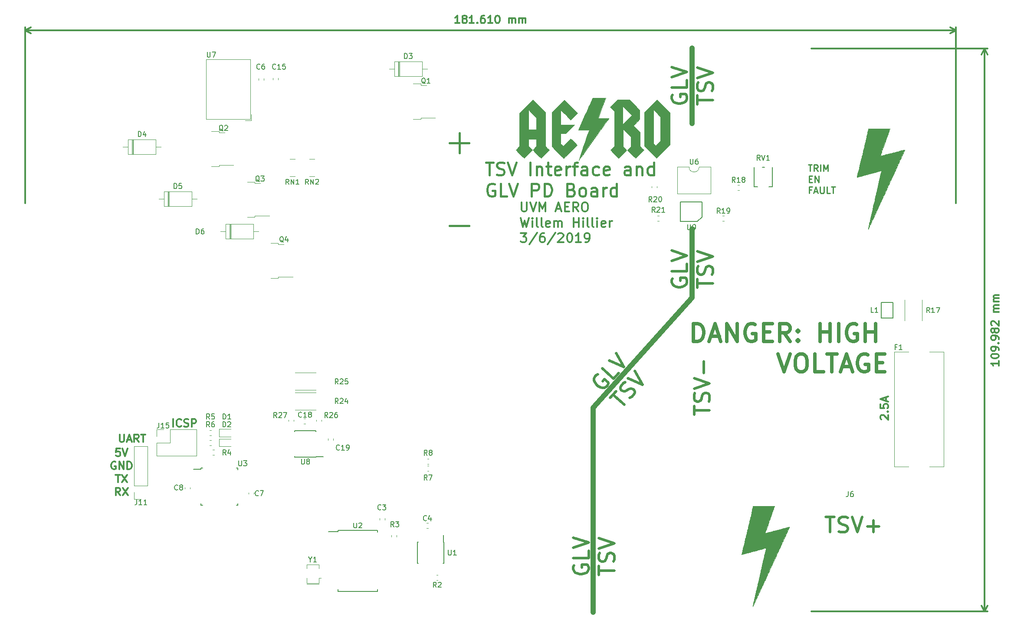
<source format=gbr>
G04 #@! TF.GenerationSoftware,KiCad,Pcbnew,(5.0.2)-1*
G04 #@! TF.CreationDate,2019-03-07T01:49:32-05:00*
G04 #@! TF.ProjectId,interface-board,696e7465-7266-4616-9365-2d626f617264,rev?*
G04 #@! TF.SameCoordinates,Original*
G04 #@! TF.FileFunction,Legend,Top*
G04 #@! TF.FilePolarity,Positive*
%FSLAX46Y46*%
G04 Gerber Fmt 4.6, Leading zero omitted, Abs format (unit mm)*
G04 Created by KiCad (PCBNEW (5.0.2)-1) date 3/7/2019 1:49:32 AM*
%MOMM*%
%LPD*%
G01*
G04 APERTURE LIST*
%ADD10C,0.300000*%
%ADD11C,0.254000*%
%ADD12C,0.457200*%
%ADD13C,0.400000*%
%ADD14C,0.500000*%
%ADD15C,0.700000*%
%ADD16C,1.000000*%
%ADD17C,0.010000*%
%ADD18C,0.180000*%
%ADD19C,0.120000*%
%ADD20C,0.150000*%
G04 APERTURE END LIST*
D10*
X137057571Y-34138571D02*
X136200428Y-34138571D01*
X136629000Y-34138571D02*
X136629000Y-32638571D01*
X136486142Y-32852857D01*
X136343285Y-32995714D01*
X136200428Y-33067142D01*
X137914714Y-33281428D02*
X137771857Y-33210000D01*
X137700428Y-33138571D01*
X137629000Y-32995714D01*
X137629000Y-32924285D01*
X137700428Y-32781428D01*
X137771857Y-32710000D01*
X137914714Y-32638571D01*
X138200428Y-32638571D01*
X138343285Y-32710000D01*
X138414714Y-32781428D01*
X138486142Y-32924285D01*
X138486142Y-32995714D01*
X138414714Y-33138571D01*
X138343285Y-33210000D01*
X138200428Y-33281428D01*
X137914714Y-33281428D01*
X137771857Y-33352857D01*
X137700428Y-33424285D01*
X137629000Y-33567142D01*
X137629000Y-33852857D01*
X137700428Y-33995714D01*
X137771857Y-34067142D01*
X137914714Y-34138571D01*
X138200428Y-34138571D01*
X138343285Y-34067142D01*
X138414714Y-33995714D01*
X138486142Y-33852857D01*
X138486142Y-33567142D01*
X138414714Y-33424285D01*
X138343285Y-33352857D01*
X138200428Y-33281428D01*
X139914714Y-34138571D02*
X139057571Y-34138571D01*
X139486142Y-34138571D02*
X139486142Y-32638571D01*
X139343285Y-32852857D01*
X139200428Y-32995714D01*
X139057571Y-33067142D01*
X140557571Y-33995714D02*
X140629000Y-34067142D01*
X140557571Y-34138571D01*
X140486142Y-34067142D01*
X140557571Y-33995714D01*
X140557571Y-34138571D01*
X141914714Y-32638571D02*
X141629000Y-32638571D01*
X141486142Y-32710000D01*
X141414714Y-32781428D01*
X141271857Y-32995714D01*
X141200428Y-33281428D01*
X141200428Y-33852857D01*
X141271857Y-33995714D01*
X141343285Y-34067142D01*
X141486142Y-34138571D01*
X141771857Y-34138571D01*
X141914714Y-34067142D01*
X141986142Y-33995714D01*
X142057571Y-33852857D01*
X142057571Y-33495714D01*
X141986142Y-33352857D01*
X141914714Y-33281428D01*
X141771857Y-33210000D01*
X141486142Y-33210000D01*
X141343285Y-33281428D01*
X141271857Y-33352857D01*
X141200428Y-33495714D01*
X143486142Y-34138571D02*
X142629000Y-34138571D01*
X143057571Y-34138571D02*
X143057571Y-32638571D01*
X142914714Y-32852857D01*
X142771857Y-32995714D01*
X142629000Y-33067142D01*
X144414714Y-32638571D02*
X144557571Y-32638571D01*
X144700428Y-32710000D01*
X144771857Y-32781428D01*
X144843285Y-32924285D01*
X144914714Y-33210000D01*
X144914714Y-33567142D01*
X144843285Y-33852857D01*
X144771857Y-33995714D01*
X144700428Y-34067142D01*
X144557571Y-34138571D01*
X144414714Y-34138571D01*
X144271857Y-34067142D01*
X144200428Y-33995714D01*
X144129000Y-33852857D01*
X144057571Y-33567142D01*
X144057571Y-33210000D01*
X144129000Y-32924285D01*
X144200428Y-32781428D01*
X144271857Y-32710000D01*
X144414714Y-32638571D01*
X146700428Y-34138571D02*
X146700428Y-33138571D01*
X146700428Y-33281428D02*
X146771857Y-33210000D01*
X146914714Y-33138571D01*
X147129000Y-33138571D01*
X147271857Y-33210000D01*
X147343285Y-33352857D01*
X147343285Y-34138571D01*
X147343285Y-33352857D02*
X147414714Y-33210000D01*
X147557571Y-33138571D01*
X147771857Y-33138571D01*
X147914714Y-33210000D01*
X147986142Y-33352857D01*
X147986142Y-34138571D01*
X148700428Y-34138571D02*
X148700428Y-33138571D01*
X148700428Y-33281428D02*
X148771857Y-33210000D01*
X148914714Y-33138571D01*
X149129000Y-33138571D01*
X149271857Y-33210000D01*
X149343285Y-33352857D01*
X149343285Y-34138571D01*
X149343285Y-33352857D02*
X149414714Y-33210000D01*
X149557571Y-33138571D01*
X149771857Y-33138571D01*
X149914714Y-33210000D01*
X149986142Y-33352857D01*
X149986142Y-34138571D01*
X233934000Y-35560000D02*
X52324000Y-35560000D01*
X233934000Y-69342000D02*
X233934000Y-34973579D01*
X52324000Y-69342000D02*
X52324000Y-34973579D01*
X52324000Y-35560000D02*
X53450504Y-34973579D01*
X52324000Y-35560000D02*
X53450504Y-36146421D01*
X233934000Y-35560000D02*
X232807496Y-34973579D01*
X233934000Y-35560000D02*
X232807496Y-36146421D01*
X242300571Y-100178428D02*
X242300571Y-101035571D01*
X242300571Y-100607000D02*
X240800571Y-100607000D01*
X241014857Y-100749857D01*
X241157714Y-100892714D01*
X241229142Y-101035571D01*
X240800571Y-99249857D02*
X240800571Y-99107000D01*
X240872000Y-98964142D01*
X240943428Y-98892714D01*
X241086285Y-98821285D01*
X241372000Y-98749857D01*
X241729142Y-98749857D01*
X242014857Y-98821285D01*
X242157714Y-98892714D01*
X242229142Y-98964142D01*
X242300571Y-99107000D01*
X242300571Y-99249857D01*
X242229142Y-99392714D01*
X242157714Y-99464142D01*
X242014857Y-99535571D01*
X241729142Y-99607000D01*
X241372000Y-99607000D01*
X241086285Y-99535571D01*
X240943428Y-99464142D01*
X240872000Y-99392714D01*
X240800571Y-99249857D01*
X242300571Y-98035571D02*
X242300571Y-97749857D01*
X242229142Y-97607000D01*
X242157714Y-97535571D01*
X241943428Y-97392714D01*
X241657714Y-97321285D01*
X241086285Y-97321285D01*
X240943428Y-97392714D01*
X240872000Y-97464142D01*
X240800571Y-97607000D01*
X240800571Y-97892714D01*
X240872000Y-98035571D01*
X240943428Y-98107000D01*
X241086285Y-98178428D01*
X241443428Y-98178428D01*
X241586285Y-98107000D01*
X241657714Y-98035571D01*
X241729142Y-97892714D01*
X241729142Y-97607000D01*
X241657714Y-97464142D01*
X241586285Y-97392714D01*
X241443428Y-97321285D01*
X242157714Y-96678428D02*
X242229142Y-96607000D01*
X242300571Y-96678428D01*
X242229142Y-96749857D01*
X242157714Y-96678428D01*
X242300571Y-96678428D01*
X242300571Y-95892714D02*
X242300571Y-95607000D01*
X242229142Y-95464142D01*
X242157714Y-95392714D01*
X241943428Y-95249857D01*
X241657714Y-95178428D01*
X241086285Y-95178428D01*
X240943428Y-95249857D01*
X240872000Y-95321285D01*
X240800571Y-95464142D01*
X240800571Y-95749857D01*
X240872000Y-95892714D01*
X240943428Y-95964142D01*
X241086285Y-96035571D01*
X241443428Y-96035571D01*
X241586285Y-95964142D01*
X241657714Y-95892714D01*
X241729142Y-95749857D01*
X241729142Y-95464142D01*
X241657714Y-95321285D01*
X241586285Y-95249857D01*
X241443428Y-95178428D01*
X241443428Y-94321285D02*
X241372000Y-94464142D01*
X241300571Y-94535571D01*
X241157714Y-94607000D01*
X241086285Y-94607000D01*
X240943428Y-94535571D01*
X240872000Y-94464142D01*
X240800571Y-94321285D01*
X240800571Y-94035571D01*
X240872000Y-93892714D01*
X240943428Y-93821285D01*
X241086285Y-93749857D01*
X241157714Y-93749857D01*
X241300571Y-93821285D01*
X241372000Y-93892714D01*
X241443428Y-94035571D01*
X241443428Y-94321285D01*
X241514857Y-94464142D01*
X241586285Y-94535571D01*
X241729142Y-94607000D01*
X242014857Y-94607000D01*
X242157714Y-94535571D01*
X242229142Y-94464142D01*
X242300571Y-94321285D01*
X242300571Y-94035571D01*
X242229142Y-93892714D01*
X242157714Y-93821285D01*
X242014857Y-93749857D01*
X241729142Y-93749857D01*
X241586285Y-93821285D01*
X241514857Y-93892714D01*
X241443428Y-94035571D01*
X240943428Y-93178428D02*
X240872000Y-93107000D01*
X240800571Y-92964142D01*
X240800571Y-92607000D01*
X240872000Y-92464142D01*
X240943428Y-92392714D01*
X241086285Y-92321285D01*
X241229142Y-92321285D01*
X241443428Y-92392714D01*
X242300571Y-93249857D01*
X242300571Y-92321285D01*
X242300571Y-90535571D02*
X241300571Y-90535571D01*
X241443428Y-90535571D02*
X241372000Y-90464142D01*
X241300571Y-90321285D01*
X241300571Y-90107000D01*
X241372000Y-89964142D01*
X241514857Y-89892714D01*
X242300571Y-89892714D01*
X241514857Y-89892714D02*
X241372000Y-89821285D01*
X241300571Y-89678428D01*
X241300571Y-89464142D01*
X241372000Y-89321285D01*
X241514857Y-89249857D01*
X242300571Y-89249857D01*
X242300571Y-88535571D02*
X241300571Y-88535571D01*
X241443428Y-88535571D02*
X241372000Y-88464142D01*
X241300571Y-88321285D01*
X241300571Y-88107000D01*
X241372000Y-87964142D01*
X241514857Y-87892714D01*
X242300571Y-87892714D01*
X241514857Y-87892714D02*
X241372000Y-87821285D01*
X241300571Y-87678428D01*
X241300571Y-87464142D01*
X241372000Y-87321285D01*
X241514857Y-87249857D01*
X242300571Y-87249857D01*
X239522000Y-149098000D02*
X239522000Y-39116000D01*
X205740000Y-149098000D02*
X240108421Y-149098000D01*
X205740000Y-39116000D02*
X240108421Y-39116000D01*
X239522000Y-39116000D02*
X240108421Y-40242504D01*
X239522000Y-39116000D02*
X238935579Y-40242504D01*
X239522000Y-149098000D02*
X240108421Y-147971496D01*
X239522000Y-149098000D02*
X238935579Y-147971496D01*
D11*
X205111652Y-61813923D02*
X205837366Y-61813923D01*
X205474509Y-63083923D02*
X205474509Y-61813923D01*
X206986414Y-63083923D02*
X206563080Y-62479161D01*
X206260700Y-63083923D02*
X206260700Y-61813923D01*
X206744509Y-61813923D01*
X206865461Y-61874400D01*
X206925938Y-61934876D01*
X206986414Y-62055828D01*
X206986414Y-62237257D01*
X206925938Y-62358209D01*
X206865461Y-62418685D01*
X206744509Y-62479161D01*
X206260700Y-62479161D01*
X207530700Y-63083923D02*
X207530700Y-61813923D01*
X208135461Y-63083923D02*
X208135461Y-61813923D01*
X208558795Y-62721066D01*
X208982128Y-61813923D01*
X208982128Y-63083923D01*
X205293080Y-64577685D02*
X205716414Y-64577685D01*
X205897842Y-65242923D02*
X205293080Y-65242923D01*
X205293080Y-63972923D01*
X205897842Y-63972923D01*
X206442128Y-65242923D02*
X206442128Y-63972923D01*
X207167842Y-65242923D01*
X207167842Y-63972923D01*
X205716414Y-66736685D02*
X205293080Y-66736685D01*
X205293080Y-67401923D02*
X205293080Y-66131923D01*
X205897842Y-66131923D01*
X206321176Y-67039066D02*
X206925938Y-67039066D01*
X206200223Y-67401923D02*
X206623557Y-66131923D01*
X207046890Y-67401923D01*
X207470223Y-66131923D02*
X207470223Y-67160019D01*
X207530700Y-67280971D01*
X207591176Y-67341447D01*
X207712128Y-67401923D01*
X207954033Y-67401923D01*
X208074985Y-67341447D01*
X208135461Y-67280971D01*
X208195938Y-67160019D01*
X208195938Y-66131923D01*
X209405461Y-67401923D02*
X208800700Y-67401923D01*
X208800700Y-66131923D01*
X209647366Y-66131923D02*
X210373080Y-66131923D01*
X210010223Y-67401923D02*
X210010223Y-66131923D01*
D12*
X135110703Y-57538257D02*
X138981180Y-57538257D01*
X137045941Y-59473495D02*
X137045941Y-55603019D01*
X135110703Y-73692657D02*
X138981180Y-73692657D01*
D13*
X142230095Y-61325952D02*
X143658666Y-61325952D01*
X142944380Y-63825952D02*
X142944380Y-61325952D01*
X144372952Y-63706904D02*
X144730095Y-63825952D01*
X145325333Y-63825952D01*
X145563428Y-63706904D01*
X145682476Y-63587857D01*
X145801523Y-63349761D01*
X145801523Y-63111666D01*
X145682476Y-62873571D01*
X145563428Y-62754523D01*
X145325333Y-62635476D01*
X144849142Y-62516428D01*
X144611047Y-62397380D01*
X144492000Y-62278333D01*
X144372952Y-62040238D01*
X144372952Y-61802142D01*
X144492000Y-61564047D01*
X144611047Y-61445000D01*
X144849142Y-61325952D01*
X145444380Y-61325952D01*
X145801523Y-61445000D01*
X146515809Y-61325952D02*
X147349142Y-63825952D01*
X148182476Y-61325952D01*
X150920571Y-63825952D02*
X150920571Y-61325952D01*
X152111047Y-62159285D02*
X152111047Y-63825952D01*
X152111047Y-62397380D02*
X152230095Y-62278333D01*
X152468190Y-62159285D01*
X152825333Y-62159285D01*
X153063428Y-62278333D01*
X153182476Y-62516428D01*
X153182476Y-63825952D01*
X154015809Y-62159285D02*
X154968190Y-62159285D01*
X154372952Y-61325952D02*
X154372952Y-63468809D01*
X154492000Y-63706904D01*
X154730095Y-63825952D01*
X154968190Y-63825952D01*
X156753904Y-63706904D02*
X156515809Y-63825952D01*
X156039619Y-63825952D01*
X155801523Y-63706904D01*
X155682476Y-63468809D01*
X155682476Y-62516428D01*
X155801523Y-62278333D01*
X156039619Y-62159285D01*
X156515809Y-62159285D01*
X156753904Y-62278333D01*
X156872952Y-62516428D01*
X156872952Y-62754523D01*
X155682476Y-62992619D01*
X157944380Y-63825952D02*
X157944380Y-62159285D01*
X157944380Y-62635476D02*
X158063428Y-62397380D01*
X158182476Y-62278333D01*
X158420571Y-62159285D01*
X158658666Y-62159285D01*
X159134857Y-62159285D02*
X160087238Y-62159285D01*
X159492000Y-63825952D02*
X159492000Y-61683095D01*
X159611047Y-61445000D01*
X159849142Y-61325952D01*
X160087238Y-61325952D01*
X161992000Y-63825952D02*
X161992000Y-62516428D01*
X161872952Y-62278333D01*
X161634857Y-62159285D01*
X161158666Y-62159285D01*
X160920571Y-62278333D01*
X161992000Y-63706904D02*
X161753904Y-63825952D01*
X161158666Y-63825952D01*
X160920571Y-63706904D01*
X160801523Y-63468809D01*
X160801523Y-63230714D01*
X160920571Y-62992619D01*
X161158666Y-62873571D01*
X161753904Y-62873571D01*
X161992000Y-62754523D01*
X164253904Y-63706904D02*
X164015809Y-63825952D01*
X163539619Y-63825952D01*
X163301523Y-63706904D01*
X163182476Y-63587857D01*
X163063428Y-63349761D01*
X163063428Y-62635476D01*
X163182476Y-62397380D01*
X163301523Y-62278333D01*
X163539619Y-62159285D01*
X164015809Y-62159285D01*
X164253904Y-62278333D01*
X166277714Y-63706904D02*
X166039619Y-63825952D01*
X165563428Y-63825952D01*
X165325333Y-63706904D01*
X165206285Y-63468809D01*
X165206285Y-62516428D01*
X165325333Y-62278333D01*
X165563428Y-62159285D01*
X166039619Y-62159285D01*
X166277714Y-62278333D01*
X166396761Y-62516428D01*
X166396761Y-62754523D01*
X165206285Y-62992619D01*
X170444380Y-63825952D02*
X170444380Y-62516428D01*
X170325333Y-62278333D01*
X170087238Y-62159285D01*
X169611047Y-62159285D01*
X169372952Y-62278333D01*
X170444380Y-63706904D02*
X170206285Y-63825952D01*
X169611047Y-63825952D01*
X169372952Y-63706904D01*
X169253904Y-63468809D01*
X169253904Y-63230714D01*
X169372952Y-62992619D01*
X169611047Y-62873571D01*
X170206285Y-62873571D01*
X170444380Y-62754523D01*
X171634857Y-62159285D02*
X171634857Y-63825952D01*
X171634857Y-62397380D02*
X171753904Y-62278333D01*
X171992000Y-62159285D01*
X172349142Y-62159285D01*
X172587238Y-62278333D01*
X172706285Y-62516428D01*
X172706285Y-63825952D01*
X174968190Y-63825952D02*
X174968190Y-61325952D01*
X174968190Y-63706904D02*
X174730095Y-63825952D01*
X174253904Y-63825952D01*
X174015809Y-63706904D01*
X173896761Y-63587857D01*
X173777714Y-63349761D01*
X173777714Y-62635476D01*
X173896761Y-62397380D01*
X174015809Y-62278333D01*
X174253904Y-62159285D01*
X174730095Y-62159285D01*
X174968190Y-62278333D01*
X143896761Y-65595000D02*
X143658666Y-65475952D01*
X143301523Y-65475952D01*
X142944380Y-65595000D01*
X142706285Y-65833095D01*
X142587238Y-66071190D01*
X142468190Y-66547380D01*
X142468190Y-66904523D01*
X142587238Y-67380714D01*
X142706285Y-67618809D01*
X142944380Y-67856904D01*
X143301523Y-67975952D01*
X143539619Y-67975952D01*
X143896761Y-67856904D01*
X144015809Y-67737857D01*
X144015809Y-66904523D01*
X143539619Y-66904523D01*
X146277714Y-67975952D02*
X145087238Y-67975952D01*
X145087238Y-65475952D01*
X146753904Y-65475952D02*
X147587238Y-67975952D01*
X148420571Y-65475952D01*
X151158666Y-67975952D02*
X151158666Y-65475952D01*
X152111047Y-65475952D01*
X152349142Y-65595000D01*
X152468190Y-65714047D01*
X152587238Y-65952142D01*
X152587238Y-66309285D01*
X152468190Y-66547380D01*
X152349142Y-66666428D01*
X152111047Y-66785476D01*
X151158666Y-66785476D01*
X153658666Y-67975952D02*
X153658666Y-65475952D01*
X154253904Y-65475952D01*
X154611047Y-65595000D01*
X154849142Y-65833095D01*
X154968190Y-66071190D01*
X155087238Y-66547380D01*
X155087238Y-66904523D01*
X154968190Y-67380714D01*
X154849142Y-67618809D01*
X154611047Y-67856904D01*
X154253904Y-67975952D01*
X153658666Y-67975952D01*
X158896761Y-66666428D02*
X159253904Y-66785476D01*
X159372952Y-66904523D01*
X159492000Y-67142619D01*
X159492000Y-67499761D01*
X159372952Y-67737857D01*
X159253904Y-67856904D01*
X159015809Y-67975952D01*
X158063428Y-67975952D01*
X158063428Y-65475952D01*
X158896761Y-65475952D01*
X159134857Y-65595000D01*
X159253904Y-65714047D01*
X159372952Y-65952142D01*
X159372952Y-66190238D01*
X159253904Y-66428333D01*
X159134857Y-66547380D01*
X158896761Y-66666428D01*
X158063428Y-66666428D01*
X160920571Y-67975952D02*
X160682476Y-67856904D01*
X160563428Y-67737857D01*
X160444380Y-67499761D01*
X160444380Y-66785476D01*
X160563428Y-66547380D01*
X160682476Y-66428333D01*
X160920571Y-66309285D01*
X161277714Y-66309285D01*
X161515809Y-66428333D01*
X161634857Y-66547380D01*
X161753904Y-66785476D01*
X161753904Y-67499761D01*
X161634857Y-67737857D01*
X161515809Y-67856904D01*
X161277714Y-67975952D01*
X160920571Y-67975952D01*
X163896761Y-67975952D02*
X163896761Y-66666428D01*
X163777714Y-66428333D01*
X163539619Y-66309285D01*
X163063428Y-66309285D01*
X162825333Y-66428333D01*
X163896761Y-67856904D02*
X163658666Y-67975952D01*
X163063428Y-67975952D01*
X162825333Y-67856904D01*
X162706285Y-67618809D01*
X162706285Y-67380714D01*
X162825333Y-67142619D01*
X163063428Y-67023571D01*
X163658666Y-67023571D01*
X163896761Y-66904523D01*
X165087238Y-67975952D02*
X165087238Y-66309285D01*
X165087238Y-66785476D02*
X165206285Y-66547380D01*
X165325333Y-66428333D01*
X165563428Y-66309285D01*
X165801523Y-66309285D01*
X167706285Y-67975952D02*
X167706285Y-65475952D01*
X167706285Y-67856904D02*
X167468190Y-67975952D01*
X166992000Y-67975952D01*
X166753904Y-67856904D01*
X166634857Y-67737857D01*
X166515809Y-67499761D01*
X166515809Y-66785476D01*
X166634857Y-66547380D01*
X166753904Y-66428333D01*
X166992000Y-66309285D01*
X167468190Y-66309285D01*
X167706285Y-66428333D01*
D10*
X70834285Y-117273571D02*
X70120000Y-117273571D01*
X70048571Y-117987857D01*
X70120000Y-117916428D01*
X70262857Y-117845000D01*
X70620000Y-117845000D01*
X70762857Y-117916428D01*
X70834285Y-117987857D01*
X70905714Y-118130714D01*
X70905714Y-118487857D01*
X70834285Y-118630714D01*
X70762857Y-118702142D01*
X70620000Y-118773571D01*
X70262857Y-118773571D01*
X70120000Y-118702142D01*
X70048571Y-118630714D01*
X71334285Y-117273571D02*
X71834285Y-118773571D01*
X72334285Y-117273571D01*
X69977142Y-119895000D02*
X69834285Y-119823571D01*
X69620000Y-119823571D01*
X69405714Y-119895000D01*
X69262857Y-120037857D01*
X69191428Y-120180714D01*
X69120000Y-120466428D01*
X69120000Y-120680714D01*
X69191428Y-120966428D01*
X69262857Y-121109285D01*
X69405714Y-121252142D01*
X69620000Y-121323571D01*
X69762857Y-121323571D01*
X69977142Y-121252142D01*
X70048571Y-121180714D01*
X70048571Y-120680714D01*
X69762857Y-120680714D01*
X70691428Y-121323571D02*
X70691428Y-119823571D01*
X71548571Y-121323571D01*
X71548571Y-119823571D01*
X72262857Y-121323571D02*
X72262857Y-119823571D01*
X72620000Y-119823571D01*
X72834285Y-119895000D01*
X72977142Y-120037857D01*
X73048571Y-120180714D01*
X73120000Y-120466428D01*
X73120000Y-120680714D01*
X73048571Y-120966428D01*
X72977142Y-121109285D01*
X72834285Y-121252142D01*
X72620000Y-121323571D01*
X72262857Y-121323571D01*
X69977142Y-122373571D02*
X70834285Y-122373571D01*
X70405714Y-123873571D02*
X70405714Y-122373571D01*
X71191428Y-122373571D02*
X72191428Y-123873571D01*
X72191428Y-122373571D02*
X71191428Y-123873571D01*
X70870000Y-126423571D02*
X70370000Y-125709285D01*
X70012857Y-126423571D02*
X70012857Y-124923571D01*
X70584285Y-124923571D01*
X70727142Y-124995000D01*
X70798571Y-125066428D01*
X70870000Y-125209285D01*
X70870000Y-125423571D01*
X70798571Y-125566428D01*
X70727142Y-125637857D01*
X70584285Y-125709285D01*
X70012857Y-125709285D01*
X71370000Y-124923571D02*
X72370000Y-126423571D01*
X72370000Y-124923571D02*
X71370000Y-126423571D01*
X70759142Y-114494571D02*
X70759142Y-115708857D01*
X70830571Y-115851714D01*
X70902000Y-115923142D01*
X71044857Y-115994571D01*
X71330571Y-115994571D01*
X71473428Y-115923142D01*
X71544857Y-115851714D01*
X71616285Y-115708857D01*
X71616285Y-114494571D01*
X72259142Y-115566000D02*
X72973428Y-115566000D01*
X72116285Y-115994571D02*
X72616285Y-114494571D01*
X73116285Y-115994571D01*
X74473428Y-115994571D02*
X73973428Y-115280285D01*
X73616285Y-115994571D02*
X73616285Y-114494571D01*
X74187714Y-114494571D01*
X74330571Y-114566000D01*
X74402000Y-114637428D01*
X74473428Y-114780285D01*
X74473428Y-114994571D01*
X74402000Y-115137428D01*
X74330571Y-115208857D01*
X74187714Y-115280285D01*
X73616285Y-115280285D01*
X74902000Y-114494571D02*
X75759142Y-114494571D01*
X75330571Y-115994571D02*
X75330571Y-114494571D01*
X81194714Y-113005571D02*
X81194714Y-111505571D01*
X82766142Y-112862714D02*
X82694714Y-112934142D01*
X82480428Y-113005571D01*
X82337571Y-113005571D01*
X82123285Y-112934142D01*
X81980428Y-112791285D01*
X81909000Y-112648428D01*
X81837571Y-112362714D01*
X81837571Y-112148428D01*
X81909000Y-111862714D01*
X81980428Y-111719857D01*
X82123285Y-111577000D01*
X82337571Y-111505571D01*
X82480428Y-111505571D01*
X82694714Y-111577000D01*
X82766142Y-111648428D01*
X83337571Y-112934142D02*
X83551857Y-113005571D01*
X83909000Y-113005571D01*
X84051857Y-112934142D01*
X84123285Y-112862714D01*
X84194714Y-112719857D01*
X84194714Y-112577000D01*
X84123285Y-112434142D01*
X84051857Y-112362714D01*
X83909000Y-112291285D01*
X83623285Y-112219857D01*
X83480428Y-112148428D01*
X83409000Y-112077000D01*
X83337571Y-111934142D01*
X83337571Y-111791285D01*
X83409000Y-111648428D01*
X83480428Y-111577000D01*
X83623285Y-111505571D01*
X83980428Y-111505571D01*
X84194714Y-111577000D01*
X84837571Y-113005571D02*
X84837571Y-111505571D01*
X85409000Y-111505571D01*
X85551857Y-111577000D01*
X85623285Y-111648428D01*
X85694714Y-111791285D01*
X85694714Y-112005571D01*
X85623285Y-112148428D01*
X85551857Y-112219857D01*
X85409000Y-112291285D01*
X84837571Y-112291285D01*
X219382428Y-111548857D02*
X219311000Y-111477428D01*
X219239571Y-111334571D01*
X219239571Y-110977428D01*
X219311000Y-110834571D01*
X219382428Y-110763142D01*
X219525285Y-110691714D01*
X219668142Y-110691714D01*
X219882428Y-110763142D01*
X220739571Y-111620285D01*
X220739571Y-110691714D01*
X220596714Y-110048857D02*
X220668142Y-109977428D01*
X220739571Y-110048857D01*
X220668142Y-110120285D01*
X220596714Y-110048857D01*
X220739571Y-110048857D01*
X219239571Y-108620285D02*
X219239571Y-109334571D01*
X219953857Y-109406000D01*
X219882428Y-109334571D01*
X219811000Y-109191714D01*
X219811000Y-108834571D01*
X219882428Y-108691714D01*
X219953857Y-108620285D01*
X220096714Y-108548857D01*
X220453857Y-108548857D01*
X220596714Y-108620285D01*
X220668142Y-108691714D01*
X220739571Y-108834571D01*
X220739571Y-109191714D01*
X220668142Y-109334571D01*
X220596714Y-109406000D01*
X220311000Y-107977428D02*
X220311000Y-107263142D01*
X220739571Y-108120285D02*
X219239571Y-107620285D01*
X220739571Y-107120285D01*
D14*
X182862742Y-110660771D02*
X182862742Y-108946485D01*
X185862742Y-109803628D02*
X182862742Y-109803628D01*
X185719885Y-108089342D02*
X185862742Y-107660771D01*
X185862742Y-106946485D01*
X185719885Y-106660771D01*
X185577028Y-106517914D01*
X185291314Y-106375057D01*
X185005600Y-106375057D01*
X184719885Y-106517914D01*
X184577028Y-106660771D01*
X184434171Y-106946485D01*
X184291314Y-107517914D01*
X184148457Y-107803628D01*
X184005600Y-107946485D01*
X183719885Y-108089342D01*
X183434171Y-108089342D01*
X183148457Y-107946485D01*
X183005600Y-107803628D01*
X182862742Y-107517914D01*
X182862742Y-106803628D01*
X183005600Y-106375057D01*
X182862742Y-105517914D02*
X185862742Y-104517914D01*
X182862742Y-103517914D01*
X184719885Y-102517914D02*
X184719885Y-100232200D01*
X208536428Y-130623142D02*
X210250714Y-130623142D01*
X209393571Y-133623142D02*
X209393571Y-130623142D01*
X211107857Y-133480285D02*
X211536428Y-133623142D01*
X212250714Y-133623142D01*
X212536428Y-133480285D01*
X212679285Y-133337428D01*
X212822142Y-133051714D01*
X212822142Y-132766000D01*
X212679285Y-132480285D01*
X212536428Y-132337428D01*
X212250714Y-132194571D01*
X211679285Y-132051714D01*
X211393571Y-131908857D01*
X211250714Y-131766000D01*
X211107857Y-131480285D01*
X211107857Y-131194571D01*
X211250714Y-130908857D01*
X211393571Y-130766000D01*
X211679285Y-130623142D01*
X212393571Y-130623142D01*
X212822142Y-130766000D01*
X213679285Y-130623142D02*
X214679285Y-133623142D01*
X215679285Y-130623142D01*
X216679285Y-132480285D02*
X218965000Y-132480285D01*
X217822142Y-133623142D02*
X217822142Y-131337428D01*
D15*
X182753000Y-96330333D02*
X182753000Y-92830333D01*
X183586333Y-92830333D01*
X184086333Y-92997000D01*
X184419666Y-93330333D01*
X184586333Y-93663666D01*
X184753000Y-94330333D01*
X184753000Y-94830333D01*
X184586333Y-95497000D01*
X184419666Y-95830333D01*
X184086333Y-96163666D01*
X183586333Y-96330333D01*
X182753000Y-96330333D01*
X186086333Y-95330333D02*
X187753000Y-95330333D01*
X185753000Y-96330333D02*
X186919666Y-92830333D01*
X188086333Y-96330333D01*
X189253000Y-96330333D02*
X189253000Y-92830333D01*
X191253000Y-96330333D01*
X191253000Y-92830333D01*
X194753000Y-92997000D02*
X194419666Y-92830333D01*
X193919666Y-92830333D01*
X193419666Y-92997000D01*
X193086333Y-93330333D01*
X192919666Y-93663666D01*
X192753000Y-94330333D01*
X192753000Y-94830333D01*
X192919666Y-95497000D01*
X193086333Y-95830333D01*
X193419666Y-96163666D01*
X193919666Y-96330333D01*
X194253000Y-96330333D01*
X194753000Y-96163666D01*
X194919666Y-95997000D01*
X194919666Y-94830333D01*
X194253000Y-94830333D01*
X196419666Y-94497000D02*
X197586333Y-94497000D01*
X198086333Y-96330333D02*
X196419666Y-96330333D01*
X196419666Y-92830333D01*
X198086333Y-92830333D01*
X201586333Y-96330333D02*
X200419666Y-94663666D01*
X199586333Y-96330333D02*
X199586333Y-92830333D01*
X200919666Y-92830333D01*
X201253000Y-92997000D01*
X201419666Y-93163666D01*
X201586333Y-93497000D01*
X201586333Y-93997000D01*
X201419666Y-94330333D01*
X201253000Y-94497000D01*
X200919666Y-94663666D01*
X199586333Y-94663666D01*
X203086333Y-95997000D02*
X203253000Y-96163666D01*
X203086333Y-96330333D01*
X202919666Y-96163666D01*
X203086333Y-95997000D01*
X203086333Y-96330333D01*
X203086333Y-94163666D02*
X203253000Y-94330333D01*
X203086333Y-94497000D01*
X202919666Y-94330333D01*
X203086333Y-94163666D01*
X203086333Y-94497000D01*
X207419666Y-96330333D02*
X207419666Y-92830333D01*
X207419666Y-94497000D02*
X209419666Y-94497000D01*
X209419666Y-96330333D02*
X209419666Y-92830333D01*
X211086333Y-96330333D02*
X211086333Y-92830333D01*
X214586333Y-92997000D02*
X214253000Y-92830333D01*
X213753000Y-92830333D01*
X213253000Y-92997000D01*
X212919666Y-93330333D01*
X212753000Y-93663666D01*
X212586333Y-94330333D01*
X212586333Y-94830333D01*
X212753000Y-95497000D01*
X212919666Y-95830333D01*
X213253000Y-96163666D01*
X213753000Y-96330333D01*
X214086333Y-96330333D01*
X214586333Y-96163666D01*
X214753000Y-95997000D01*
X214753000Y-94830333D01*
X214086333Y-94830333D01*
X216253000Y-96330333D02*
X216253000Y-92830333D01*
X216253000Y-94497000D02*
X218253000Y-94497000D01*
X218253000Y-96330333D02*
X218253000Y-92830333D01*
X199253000Y-98780333D02*
X200419666Y-102280333D01*
X201586333Y-98780333D01*
X203419666Y-98780333D02*
X204086333Y-98780333D01*
X204419666Y-98947000D01*
X204753000Y-99280333D01*
X204919666Y-99947000D01*
X204919666Y-101113666D01*
X204753000Y-101780333D01*
X204419666Y-102113666D01*
X204086333Y-102280333D01*
X203419666Y-102280333D01*
X203086333Y-102113666D01*
X202753000Y-101780333D01*
X202586333Y-101113666D01*
X202586333Y-99947000D01*
X202753000Y-99280333D01*
X203086333Y-98947000D01*
X203419666Y-98780333D01*
X208086333Y-102280333D02*
X206419666Y-102280333D01*
X206419666Y-98780333D01*
X208753000Y-98780333D02*
X210753000Y-98780333D01*
X209753000Y-102280333D02*
X209753000Y-98780333D01*
X211753000Y-101280333D02*
X213419666Y-101280333D01*
X211419666Y-102280333D02*
X212586333Y-98780333D01*
X213753000Y-102280333D01*
X216753000Y-98947000D02*
X216419666Y-98780333D01*
X215919666Y-98780333D01*
X215419666Y-98947000D01*
X215086333Y-99280333D01*
X214919666Y-99613666D01*
X214753000Y-100280333D01*
X214753000Y-100780333D01*
X214919666Y-101447000D01*
X215086333Y-101780333D01*
X215419666Y-102113666D01*
X215919666Y-102280333D01*
X216253000Y-102280333D01*
X216753000Y-102113666D01*
X216919666Y-101947000D01*
X216919666Y-100780333D01*
X216253000Y-100780333D01*
X218419666Y-100447000D02*
X219586333Y-100447000D01*
X220086333Y-102280333D02*
X218419666Y-102280333D01*
X218419666Y-98780333D01*
X220086333Y-98780333D01*
D16*
X182469000Y-53780000D02*
X182469000Y-39048000D01*
D10*
X149213571Y-69166285D02*
X149213571Y-70623428D01*
X149299285Y-70794857D01*
X149385000Y-70880571D01*
X149556428Y-70966285D01*
X149899285Y-70966285D01*
X150070714Y-70880571D01*
X150156428Y-70794857D01*
X150242142Y-70623428D01*
X150242142Y-69166285D01*
X150842142Y-69166285D02*
X151442142Y-70966285D01*
X152042142Y-69166285D01*
X152642142Y-70966285D02*
X152642142Y-69166285D01*
X153242142Y-70452000D01*
X153842142Y-69166285D01*
X153842142Y-70966285D01*
X155985000Y-70452000D02*
X156842142Y-70452000D01*
X155813571Y-70966285D02*
X156413571Y-69166285D01*
X157013571Y-70966285D01*
X157613571Y-70023428D02*
X158213571Y-70023428D01*
X158470714Y-70966285D02*
X157613571Y-70966285D01*
X157613571Y-69166285D01*
X158470714Y-69166285D01*
X160270714Y-70966285D02*
X159670714Y-70109142D01*
X159242142Y-70966285D02*
X159242142Y-69166285D01*
X159927857Y-69166285D01*
X160099285Y-69252000D01*
X160185000Y-69337714D01*
X160270714Y-69509142D01*
X160270714Y-69766285D01*
X160185000Y-69937714D01*
X160099285Y-70023428D01*
X159927857Y-70109142D01*
X159242142Y-70109142D01*
X161385000Y-69166285D02*
X161727857Y-69166285D01*
X161899285Y-69252000D01*
X162070714Y-69423428D01*
X162156428Y-69766285D01*
X162156428Y-70366285D01*
X162070714Y-70709142D01*
X161899285Y-70880571D01*
X161727857Y-70966285D01*
X161385000Y-70966285D01*
X161213571Y-70880571D01*
X161042142Y-70709142D01*
X160956428Y-70366285D01*
X160956428Y-69766285D01*
X161042142Y-69423428D01*
X161213571Y-69252000D01*
X161385000Y-69166285D01*
X149042142Y-72166285D02*
X149470714Y-73966285D01*
X149813571Y-72680571D01*
X150156428Y-73966285D01*
X150585000Y-72166285D01*
X151270714Y-73966285D02*
X151270714Y-72766285D01*
X151270714Y-72166285D02*
X151185000Y-72252000D01*
X151270714Y-72337714D01*
X151356428Y-72252000D01*
X151270714Y-72166285D01*
X151270714Y-72337714D01*
X152385000Y-73966285D02*
X152213571Y-73880571D01*
X152127857Y-73709142D01*
X152127857Y-72166285D01*
X153327857Y-73966285D02*
X153156428Y-73880571D01*
X153070714Y-73709142D01*
X153070714Y-72166285D01*
X154699285Y-73880571D02*
X154527857Y-73966285D01*
X154185000Y-73966285D01*
X154013571Y-73880571D01*
X153927857Y-73709142D01*
X153927857Y-73023428D01*
X154013571Y-72852000D01*
X154185000Y-72766285D01*
X154527857Y-72766285D01*
X154699285Y-72852000D01*
X154785000Y-73023428D01*
X154785000Y-73194857D01*
X153927857Y-73366285D01*
X155556428Y-73966285D02*
X155556428Y-72766285D01*
X155556428Y-72937714D02*
X155642142Y-72852000D01*
X155813571Y-72766285D01*
X156070714Y-72766285D01*
X156242142Y-72852000D01*
X156327857Y-73023428D01*
X156327857Y-73966285D01*
X156327857Y-73023428D02*
X156413571Y-72852000D01*
X156585000Y-72766285D01*
X156842142Y-72766285D01*
X157013571Y-72852000D01*
X157099285Y-73023428D01*
X157099285Y-73966285D01*
X159327857Y-73966285D02*
X159327857Y-72166285D01*
X159327857Y-73023428D02*
X160356428Y-73023428D01*
X160356428Y-73966285D02*
X160356428Y-72166285D01*
X161213571Y-73966285D02*
X161213571Y-72766285D01*
X161213571Y-72166285D02*
X161127857Y-72252000D01*
X161213571Y-72337714D01*
X161299285Y-72252000D01*
X161213571Y-72166285D01*
X161213571Y-72337714D01*
X162327857Y-73966285D02*
X162156428Y-73880571D01*
X162070714Y-73709142D01*
X162070714Y-72166285D01*
X163270714Y-73966285D02*
X163099285Y-73880571D01*
X163013571Y-73709142D01*
X163013571Y-72166285D01*
X163956428Y-73966285D02*
X163956428Y-72766285D01*
X163956428Y-72166285D02*
X163870714Y-72252000D01*
X163956428Y-72337714D01*
X164042142Y-72252000D01*
X163956428Y-72166285D01*
X163956428Y-72337714D01*
X165499285Y-73880571D02*
X165327857Y-73966285D01*
X164985000Y-73966285D01*
X164813571Y-73880571D01*
X164727857Y-73709142D01*
X164727857Y-73023428D01*
X164813571Y-72852000D01*
X164985000Y-72766285D01*
X165327857Y-72766285D01*
X165499285Y-72852000D01*
X165585000Y-73023428D01*
X165585000Y-73194857D01*
X164727857Y-73366285D01*
X166356428Y-73966285D02*
X166356428Y-72766285D01*
X166356428Y-73109142D02*
X166442142Y-72937714D01*
X166527857Y-72852000D01*
X166699285Y-72766285D01*
X166870714Y-72766285D01*
X149042142Y-75166285D02*
X150156428Y-75166285D01*
X149556428Y-75852000D01*
X149813571Y-75852000D01*
X149985000Y-75937714D01*
X150070714Y-76023428D01*
X150156428Y-76194857D01*
X150156428Y-76623428D01*
X150070714Y-76794857D01*
X149985000Y-76880571D01*
X149813571Y-76966285D01*
X149299285Y-76966285D01*
X149127857Y-76880571D01*
X149042142Y-76794857D01*
X152213571Y-75080571D02*
X150670714Y-77394857D01*
X153585000Y-75166285D02*
X153242142Y-75166285D01*
X153070714Y-75252000D01*
X152985000Y-75337714D01*
X152813571Y-75594857D01*
X152727857Y-75937714D01*
X152727857Y-76623428D01*
X152813571Y-76794857D01*
X152899285Y-76880571D01*
X153070714Y-76966285D01*
X153413571Y-76966285D01*
X153585000Y-76880571D01*
X153670714Y-76794857D01*
X153756428Y-76623428D01*
X153756428Y-76194857D01*
X153670714Y-76023428D01*
X153585000Y-75937714D01*
X153413571Y-75852000D01*
X153070714Y-75852000D01*
X152899285Y-75937714D01*
X152813571Y-76023428D01*
X152727857Y-76194857D01*
X155813571Y-75080571D02*
X154270714Y-77394857D01*
X156327857Y-75337714D02*
X156413571Y-75252000D01*
X156585000Y-75166285D01*
X157013571Y-75166285D01*
X157185000Y-75252000D01*
X157270714Y-75337714D01*
X157356428Y-75509142D01*
X157356428Y-75680571D01*
X157270714Y-75937714D01*
X156242142Y-76966285D01*
X157356428Y-76966285D01*
X158470714Y-75166285D02*
X158642142Y-75166285D01*
X158813571Y-75252000D01*
X158899285Y-75337714D01*
X158985000Y-75509142D01*
X159070714Y-75852000D01*
X159070714Y-76280571D01*
X158985000Y-76623428D01*
X158899285Y-76794857D01*
X158813571Y-76880571D01*
X158642142Y-76966285D01*
X158470714Y-76966285D01*
X158299285Y-76880571D01*
X158213571Y-76794857D01*
X158127857Y-76623428D01*
X158042142Y-76280571D01*
X158042142Y-75852000D01*
X158127857Y-75509142D01*
X158213571Y-75337714D01*
X158299285Y-75252000D01*
X158470714Y-75166285D01*
X160785000Y-76966285D02*
X159756428Y-76966285D01*
X160270714Y-76966285D02*
X160270714Y-75166285D01*
X160099285Y-75423428D01*
X159927857Y-75594857D01*
X159756428Y-75680571D01*
X161642142Y-76966285D02*
X161985000Y-76966285D01*
X162156428Y-76880571D01*
X162242142Y-76794857D01*
X162413571Y-76537714D01*
X162499285Y-76194857D01*
X162499285Y-75509142D01*
X162413571Y-75337714D01*
X162327857Y-75252000D01*
X162156428Y-75166285D01*
X161813571Y-75166285D01*
X161642142Y-75252000D01*
X161556428Y-75337714D01*
X161470714Y-75509142D01*
X161470714Y-75937714D01*
X161556428Y-76109142D01*
X161642142Y-76194857D01*
X161813571Y-76280571D01*
X162156428Y-76280571D01*
X162327857Y-76194857D01*
X162413571Y-76109142D01*
X162499285Y-75937714D01*
D14*
X178626000Y-48128285D02*
X178483142Y-48414000D01*
X178483142Y-48842571D01*
X178626000Y-49271142D01*
X178911714Y-49556857D01*
X179197428Y-49699714D01*
X179768857Y-49842571D01*
X180197428Y-49842571D01*
X180768857Y-49699714D01*
X181054571Y-49556857D01*
X181340285Y-49271142D01*
X181483142Y-48842571D01*
X181483142Y-48556857D01*
X181340285Y-48128285D01*
X181197428Y-47985428D01*
X180197428Y-47985428D01*
X180197428Y-48556857D01*
X181483142Y-45271142D02*
X181483142Y-46699714D01*
X178483142Y-46699714D01*
X178483142Y-44699714D02*
X181483142Y-43699714D01*
X178483142Y-42699714D01*
X183483142Y-49985428D02*
X183483142Y-48271142D01*
X186483142Y-49128285D02*
X183483142Y-49128285D01*
X186340285Y-47414000D02*
X186483142Y-46985428D01*
X186483142Y-46271142D01*
X186340285Y-45985428D01*
X186197428Y-45842571D01*
X185911714Y-45699714D01*
X185626000Y-45699714D01*
X185340285Y-45842571D01*
X185197428Y-45985428D01*
X185054571Y-46271142D01*
X184911714Y-46842571D01*
X184768857Y-47128285D01*
X184626000Y-47271142D01*
X184340285Y-47414000D01*
X184054571Y-47414000D01*
X183768857Y-47271142D01*
X183626000Y-47128285D01*
X183483142Y-46842571D01*
X183483142Y-46128285D01*
X183626000Y-45699714D01*
X183483142Y-44842571D02*
X186483142Y-43842571D01*
X183483142Y-42842571D01*
X164095339Y-102722439D02*
X163797996Y-102839176D01*
X163511225Y-103157667D01*
X163330619Y-103571748D01*
X163351765Y-103975255D01*
X163468502Y-104272599D01*
X163797567Y-104761122D01*
X164116057Y-105047893D01*
X164636301Y-105324089D01*
X164944219Y-105409106D01*
X165347726Y-105387959D01*
X165740660Y-105165059D01*
X165931840Y-104952732D01*
X166112447Y-104538651D01*
X166101873Y-104336897D01*
X165358728Y-103667767D01*
X164976368Y-104092421D01*
X168130412Y-102510970D02*
X167174511Y-103572605D01*
X164945077Y-101565214D01*
X166283338Y-100078924D02*
X169181903Y-101343171D01*
X167621599Y-98592634D01*
X166462229Y-107352628D02*
X167609310Y-106078666D01*
X169265204Y-108723039D02*
X167035769Y-106715647D01*
X170306121Y-107353486D02*
X170699055Y-107130586D01*
X171177005Y-106599768D01*
X171262022Y-106291851D01*
X171251448Y-106090097D01*
X171134711Y-105792753D01*
X170922384Y-105601573D01*
X170614467Y-105516556D01*
X170412714Y-105527130D01*
X170115370Y-105643867D01*
X169626846Y-105972931D01*
X169329502Y-106089668D01*
X169127749Y-106100241D01*
X168819831Y-106015225D01*
X168607504Y-105824045D01*
X168490767Y-105526701D01*
X168480194Y-105324947D01*
X168565210Y-105017030D01*
X169043161Y-104486212D01*
X169436095Y-104263312D01*
X169903472Y-103530740D02*
X172802037Y-104794987D01*
X171241733Y-102044451D01*
X178626000Y-84010285D02*
X178483142Y-84296000D01*
X178483142Y-84724571D01*
X178626000Y-85153142D01*
X178911714Y-85438857D01*
X179197428Y-85581714D01*
X179768857Y-85724571D01*
X180197428Y-85724571D01*
X180768857Y-85581714D01*
X181054571Y-85438857D01*
X181340285Y-85153142D01*
X181483142Y-84724571D01*
X181483142Y-84438857D01*
X181340285Y-84010285D01*
X181197428Y-83867428D01*
X180197428Y-83867428D01*
X180197428Y-84438857D01*
X181483142Y-81153142D02*
X181483142Y-82581714D01*
X178483142Y-82581714D01*
X178483142Y-80581714D02*
X181483142Y-79581714D01*
X178483142Y-78581714D01*
X183483142Y-85867428D02*
X183483142Y-84153142D01*
X186483142Y-85010285D02*
X183483142Y-85010285D01*
X186340285Y-83296000D02*
X186483142Y-82867428D01*
X186483142Y-82153142D01*
X186340285Y-81867428D01*
X186197428Y-81724571D01*
X185911714Y-81581714D01*
X185626000Y-81581714D01*
X185340285Y-81724571D01*
X185197428Y-81867428D01*
X185054571Y-82153142D01*
X184911714Y-82724571D01*
X184768857Y-83010285D01*
X184626000Y-83153142D01*
X184340285Y-83296000D01*
X184054571Y-83296000D01*
X183768857Y-83153142D01*
X183626000Y-83010285D01*
X183483142Y-82724571D01*
X183483142Y-82010285D01*
X183626000Y-81581714D01*
X183483142Y-80724571D02*
X186483142Y-79724571D01*
X183483142Y-78724571D01*
X159419000Y-140076285D02*
X159276142Y-140362000D01*
X159276142Y-140790571D01*
X159419000Y-141219142D01*
X159704714Y-141504857D01*
X159990428Y-141647714D01*
X160561857Y-141790571D01*
X160990428Y-141790571D01*
X161561857Y-141647714D01*
X161847571Y-141504857D01*
X162133285Y-141219142D01*
X162276142Y-140790571D01*
X162276142Y-140504857D01*
X162133285Y-140076285D01*
X161990428Y-139933428D01*
X160990428Y-139933428D01*
X160990428Y-140504857D01*
X162276142Y-137219142D02*
X162276142Y-138647714D01*
X159276142Y-138647714D01*
X159276142Y-136647714D02*
X162276142Y-135647714D01*
X159276142Y-134647714D01*
X164276142Y-141933428D02*
X164276142Y-140219142D01*
X167276142Y-141076285D02*
X164276142Y-141076285D01*
X167133285Y-139362000D02*
X167276142Y-138933428D01*
X167276142Y-138219142D01*
X167133285Y-137933428D01*
X166990428Y-137790571D01*
X166704714Y-137647714D01*
X166419000Y-137647714D01*
X166133285Y-137790571D01*
X165990428Y-137933428D01*
X165847571Y-138219142D01*
X165704714Y-138790571D01*
X165561857Y-139076285D01*
X165419000Y-139219142D01*
X165133285Y-139362000D01*
X164847571Y-139362000D01*
X164561857Y-139219142D01*
X164419000Y-139076285D01*
X164276142Y-138790571D01*
X164276142Y-138076285D01*
X164419000Y-137647714D01*
X164276142Y-136790571D02*
X167276142Y-135790571D01*
X164276142Y-134790571D01*
D16*
X182469000Y-87816000D02*
X182469000Y-74354000D01*
X163165000Y-109279000D02*
X182469000Y-87816000D01*
X163165000Y-149284000D02*
X163165000Y-109279000D01*
D17*
G04 #@! TO.C,G\002A\002A\002A*
G36*
X164852298Y-50735625D02*
X164133881Y-52694854D01*
X165221152Y-52694854D01*
X165631284Y-52695691D01*
X165919664Y-52699721D01*
X166104483Y-52709221D01*
X166203931Y-52726468D01*
X166236200Y-52753738D01*
X166219478Y-52793308D01*
X166199422Y-52817306D01*
X166143417Y-52890946D01*
X166013990Y-53067074D01*
X165819244Y-53334430D01*
X165567280Y-53681754D01*
X165266200Y-54097786D01*
X164924104Y-54571265D01*
X164549095Y-55090932D01*
X164149273Y-55645526D01*
X163732741Y-56223786D01*
X163307600Y-56814454D01*
X162881951Y-57406268D01*
X162463895Y-57987969D01*
X162061535Y-58548296D01*
X161682971Y-59075990D01*
X161336306Y-59559789D01*
X161029639Y-59988434D01*
X160771074Y-60350665D01*
X160568711Y-60635222D01*
X160430653Y-60830844D01*
X160364999Y-60926271D01*
X160363561Y-60928529D01*
X160369087Y-60891348D01*
X160416618Y-60734418D01*
X160502022Y-60470112D01*
X160621167Y-60110803D01*
X160769918Y-59668862D01*
X160944144Y-59156663D01*
X161139711Y-58586576D01*
X161325683Y-58048283D01*
X161539449Y-57431101D01*
X161738463Y-56855770D01*
X161918170Y-56335513D01*
X162074013Y-55883555D01*
X162201437Y-55513120D01*
X162295885Y-55237432D01*
X162352802Y-55069716D01*
X162368276Y-55021974D01*
X162302354Y-55015672D01*
X162120789Y-55010331D01*
X161847882Y-55006372D01*
X161507933Y-55004215D01*
X161328429Y-55003945D01*
X160288582Y-55003945D01*
X161070103Y-53237140D01*
X161317189Y-52678006D01*
X161583866Y-52073610D01*
X161853421Y-51461893D01*
X162109139Y-50880799D01*
X162334308Y-50368269D01*
X162441696Y-50123366D01*
X163031767Y-48776397D01*
X165570714Y-48776397D01*
X164852298Y-50735625D01*
X164852298Y-50735625D01*
G37*
X164852298Y-50735625D02*
X164133881Y-52694854D01*
X165221152Y-52694854D01*
X165631284Y-52695691D01*
X165919664Y-52699721D01*
X166104483Y-52709221D01*
X166203931Y-52726468D01*
X166236200Y-52753738D01*
X166219478Y-52793308D01*
X166199422Y-52817306D01*
X166143417Y-52890946D01*
X166013990Y-53067074D01*
X165819244Y-53334430D01*
X165567280Y-53681754D01*
X165266200Y-54097786D01*
X164924104Y-54571265D01*
X164549095Y-55090932D01*
X164149273Y-55645526D01*
X163732741Y-56223786D01*
X163307600Y-56814454D01*
X162881951Y-57406268D01*
X162463895Y-57987969D01*
X162061535Y-58548296D01*
X161682971Y-59075990D01*
X161336306Y-59559789D01*
X161029639Y-59988434D01*
X160771074Y-60350665D01*
X160568711Y-60635222D01*
X160430653Y-60830844D01*
X160364999Y-60926271D01*
X160363561Y-60928529D01*
X160369087Y-60891348D01*
X160416618Y-60734418D01*
X160502022Y-60470112D01*
X160621167Y-60110803D01*
X160769918Y-59668862D01*
X160944144Y-59156663D01*
X161139711Y-58586576D01*
X161325683Y-58048283D01*
X161539449Y-57431101D01*
X161738463Y-56855770D01*
X161918170Y-56335513D01*
X162074013Y-55883555D01*
X162201437Y-55513120D01*
X162295885Y-55237432D01*
X162352802Y-55069716D01*
X162368276Y-55021974D01*
X162302354Y-55015672D01*
X162120789Y-55010331D01*
X161847882Y-55006372D01*
X161507933Y-55004215D01*
X161328429Y-55003945D01*
X160288582Y-55003945D01*
X161070103Y-53237140D01*
X161317189Y-52678006D01*
X161583866Y-52073610D01*
X161853421Y-51461893D01*
X162109139Y-50880799D01*
X162334308Y-50368269D01*
X162441696Y-50123366D01*
X163031767Y-48776397D01*
X165570714Y-48776397D01*
X164852298Y-50735625D01*
G36*
X152625323Y-50333975D02*
X153831637Y-51541767D01*
X153831637Y-58183291D01*
X154197604Y-58553862D01*
X154563572Y-58924433D01*
X152955466Y-60532539D01*
X152153309Y-59728100D01*
X151351152Y-58923660D01*
X151716739Y-58553476D01*
X152082325Y-58183291D01*
X152082325Y-56753256D01*
X150542931Y-56753256D01*
X150542931Y-58183291D01*
X151274867Y-58924433D01*
X149666761Y-60532539D01*
X148864604Y-59728100D01*
X148062448Y-58923660D01*
X148428033Y-58553476D01*
X148793620Y-58183291D01*
X148793620Y-54933972D01*
X150542931Y-54933972D01*
X152082325Y-54933972D01*
X152082325Y-52655979D01*
X151316174Y-51853240D01*
X150550022Y-51050501D01*
X150546477Y-52992237D01*
X150542931Y-54933972D01*
X148793620Y-54933972D01*
X148793620Y-51748844D01*
X151419010Y-49126182D01*
X152625323Y-50333975D01*
X152625323Y-50333975D01*
G37*
X152625323Y-50333975D02*
X153831637Y-51541767D01*
X153831637Y-58183291D01*
X154197604Y-58553862D01*
X154563572Y-58924433D01*
X152955466Y-60532539D01*
X152153309Y-59728100D01*
X151351152Y-58923660D01*
X151716739Y-58553476D01*
X152082325Y-58183291D01*
X152082325Y-56753256D01*
X150542931Y-56753256D01*
X150542931Y-58183291D01*
X151274867Y-58924433D01*
X149666761Y-60532539D01*
X148864604Y-59728100D01*
X148062448Y-58923660D01*
X148428033Y-58553476D01*
X148793620Y-58183291D01*
X148793620Y-54933972D01*
X150542931Y-54933972D01*
X152082325Y-54933972D01*
X152082325Y-52655979D01*
X151316174Y-51853240D01*
X150550022Y-51050501D01*
X150546477Y-52992237D01*
X150542931Y-54933972D01*
X148793620Y-54933972D01*
X148793620Y-51748844D01*
X151419010Y-49126182D01*
X152625323Y-50333975D01*
G36*
X158814273Y-50435358D02*
X160092079Y-51714565D01*
X159429531Y-52379879D01*
X158766984Y-53045193D01*
X157803718Y-52083771D01*
X156840452Y-51122348D01*
X156840452Y-54030182D01*
X158169075Y-54009763D01*
X159497699Y-53989344D01*
X158642439Y-54846507D01*
X157787180Y-55703669D01*
X156840452Y-55703669D01*
X156840452Y-57725748D01*
X157089867Y-57915987D01*
X157339283Y-58106225D01*
X158052822Y-57395115D01*
X158766361Y-56684004D01*
X159397606Y-57315250D01*
X160028851Y-57946495D01*
X158729691Y-59239132D01*
X158380680Y-59585173D01*
X158064584Y-59896249D01*
X157794771Y-60159394D01*
X157584609Y-60361642D01*
X157447465Y-60490024D01*
X157397093Y-60531768D01*
X157340271Y-60484410D01*
X157199171Y-60351600D01*
X156988078Y-60147232D01*
X156721278Y-59885203D01*
X156413053Y-59579408D01*
X156227398Y-59393944D01*
X155091141Y-58256119D01*
X155091141Y-51615207D01*
X156313804Y-50385679D01*
X157536468Y-49156150D01*
X158814273Y-50435358D01*
X158814273Y-50435358D01*
G37*
X158814273Y-50435358D02*
X160092079Y-51714565D01*
X159429531Y-52379879D01*
X158766984Y-53045193D01*
X157803718Y-52083771D01*
X156840452Y-51122348D01*
X156840452Y-54030182D01*
X158169075Y-54009763D01*
X159497699Y-53989344D01*
X158642439Y-54846507D01*
X157787180Y-55703669D01*
X156840452Y-55703669D01*
X156840452Y-57725748D01*
X157089867Y-57915987D01*
X157339283Y-58106225D01*
X158052822Y-57395115D01*
X158766361Y-56684004D01*
X159397606Y-57315250D01*
X160028851Y-57946495D01*
X158729691Y-59239132D01*
X158380680Y-59585173D01*
X158064584Y-59896249D01*
X157794771Y-60159394D01*
X157584609Y-60361642D01*
X157447465Y-60490024D01*
X157397093Y-60531768D01*
X157340271Y-60484410D01*
X157199171Y-60351600D01*
X156988078Y-60147232D01*
X156721278Y-59885203D01*
X156413053Y-59579408D01*
X156227398Y-59393944D01*
X155091141Y-58256119D01*
X155091141Y-51615207D01*
X156313804Y-50385679D01*
X157536468Y-49156150D01*
X158814273Y-50435358D01*
G36*
X172234391Y-51122225D02*
X172234391Y-52936989D01*
X171623553Y-53550671D01*
X171012714Y-54164353D01*
X172304364Y-55461395D01*
X172304364Y-58183291D01*
X172670332Y-58553862D01*
X173036299Y-58924433D01*
X171428193Y-60532539D01*
X170643409Y-59744963D01*
X169858624Y-58957388D01*
X170203809Y-58572540D01*
X170548994Y-58187691D01*
X170552023Y-57276856D01*
X170555053Y-56366021D01*
X169785356Y-55598711D01*
X169015659Y-54831400D01*
X169015659Y-58262925D01*
X169366293Y-58608287D01*
X169716928Y-58953649D01*
X168930107Y-59742709D01*
X168660358Y-60010519D01*
X168424687Y-60239385D01*
X168240792Y-60412524D01*
X168126369Y-60513153D01*
X168098046Y-60531768D01*
X168036756Y-60483715D01*
X167896852Y-60351007D01*
X167695713Y-60150823D01*
X167450717Y-59900342D01*
X167287021Y-59730048D01*
X166521237Y-58928327D01*
X166893792Y-58560399D01*
X167266347Y-58192472D01*
X167266347Y-53918686D01*
X168875714Y-53918686D01*
X169767519Y-53026880D01*
X170659325Y-52135074D01*
X168875714Y-50351463D01*
X168875714Y-53918686D01*
X167266347Y-53918686D01*
X167266347Y-51334449D01*
X166865759Y-50929636D01*
X166465170Y-50524824D01*
X167161829Y-49825541D01*
X167858488Y-49126259D01*
X170241987Y-49126259D01*
X172234391Y-51122225D01*
X172234391Y-51122225D01*
G37*
X172234391Y-51122225D02*
X172234391Y-52936989D01*
X171623553Y-53550671D01*
X171012714Y-54164353D01*
X172304364Y-55461395D01*
X172304364Y-58183291D01*
X172670332Y-58553862D01*
X173036299Y-58924433D01*
X171428193Y-60532539D01*
X170643409Y-59744963D01*
X169858624Y-58957388D01*
X170203809Y-58572540D01*
X170548994Y-58187691D01*
X170552023Y-57276856D01*
X170555053Y-56366021D01*
X169785356Y-55598711D01*
X169015659Y-54831400D01*
X169015659Y-58262925D01*
X169366293Y-58608287D01*
X169716928Y-58953649D01*
X168930107Y-59742709D01*
X168660358Y-60010519D01*
X168424687Y-60239385D01*
X168240792Y-60412524D01*
X168126369Y-60513153D01*
X168098046Y-60531768D01*
X168036756Y-60483715D01*
X167896852Y-60351007D01*
X167695713Y-60150823D01*
X167450717Y-59900342D01*
X167287021Y-59730048D01*
X166521237Y-58928327D01*
X166893792Y-58560399D01*
X167266347Y-58192472D01*
X167266347Y-53918686D01*
X168875714Y-53918686D01*
X169767519Y-53026880D01*
X170659325Y-52135074D01*
X168875714Y-50351463D01*
X168875714Y-53918686D01*
X167266347Y-53918686D01*
X167266347Y-51334449D01*
X166865759Y-50929636D01*
X166465170Y-50524824D01*
X167161829Y-49825541D01*
X167858488Y-49126259D01*
X170241987Y-49126259D01*
X172234391Y-51122225D01*
G36*
X176852584Y-50350787D02*
X178112077Y-51608823D01*
X178112077Y-57909183D01*
X175486665Y-60531867D01*
X173144033Y-58186191D01*
X173144033Y-57621249D01*
X174893345Y-57621249D01*
X175342603Y-58084767D01*
X175817699Y-57613312D01*
X176292794Y-57141858D01*
X176292794Y-52447325D01*
X175593069Y-51750226D01*
X174893345Y-51053127D01*
X174893345Y-57621249D01*
X173144033Y-57621249D01*
X173144033Y-51538809D01*
X174368562Y-50315780D01*
X175593090Y-49092751D01*
X176852584Y-50350787D01*
X176852584Y-50350787D01*
G37*
X176852584Y-50350787D02*
X178112077Y-51608823D01*
X178112077Y-57909183D01*
X175486665Y-60531867D01*
X173144033Y-58186191D01*
X173144033Y-57621249D01*
X174893345Y-57621249D01*
X175342603Y-58084767D01*
X175817699Y-57613312D01*
X176292794Y-57141858D01*
X176292794Y-52447325D01*
X175593069Y-51750226D01*
X174893345Y-51053127D01*
X174893345Y-57621249D01*
X173144033Y-57621249D01*
X173144033Y-51538809D01*
X174368562Y-50315780D01*
X175593090Y-49092751D01*
X176852584Y-50350787D01*
D18*
G04 #@! TO.C,U9*
X183485000Y-72904000D02*
X180183000Y-72904000D01*
X180183000Y-72904000D02*
X180183000Y-69094000D01*
X180183000Y-69094000D02*
X184374000Y-69094000D01*
X184374000Y-69094000D02*
X184374000Y-72015000D01*
X183485000Y-72904000D02*
X184374000Y-72015000D01*
G04 #@! TO.C,RV1*
X194558000Y-66084000D02*
X195258000Y-66084000D01*
X197458000Y-66084000D02*
X198158000Y-66084000D01*
X194558000Y-62284000D02*
X194558000Y-66084000D01*
X198158000Y-62284000D02*
X198158000Y-66084000D01*
X196558000Y-62284000D02*
X196158000Y-62284000D01*
D19*
G04 #@! TO.C,J11*
X74900000Y-127119000D02*
X73570000Y-127119000D01*
X73570000Y-127119000D02*
X73570000Y-125789000D01*
X73570000Y-124519000D02*
X73570000Y-116839000D01*
X76230000Y-116839000D02*
X73570000Y-116839000D01*
X76230000Y-124519000D02*
X76230000Y-116839000D01*
X76230000Y-124519000D02*
X73570000Y-124519000D01*
D17*
G04 #@! TO.C,G\002A\002A\002A*
G36*
X218132931Y-54769780D02*
X218462848Y-54770366D01*
X218814062Y-54771382D01*
X218971353Y-54771959D01*
X221066833Y-54780125D01*
X220926135Y-55145250D01*
X220864778Y-55306504D01*
X220805824Y-55464992D01*
X220756528Y-55601008D01*
X220727387Y-55685000D01*
X220692790Y-55786507D01*
X220643537Y-55927716D01*
X220586642Y-56088640D01*
X220537961Y-56224750D01*
X220482240Y-56380274D01*
X220430259Y-56526546D01*
X220388170Y-56646181D01*
X220363777Y-56716875D01*
X220339208Y-56788320D01*
X220297858Y-56906988D01*
X220244152Y-57060246D01*
X220182515Y-57235462D01*
X220130231Y-57383625D01*
X220050283Y-57610281D01*
X219958760Y-57870430D01*
X219864964Y-58137593D01*
X219778196Y-58385291D01*
X219745441Y-58479000D01*
X219668095Y-58700331D01*
X219583184Y-58943089D01*
X219498804Y-59184142D01*
X219423050Y-59400359D01*
X219389859Y-59495000D01*
X219317364Y-59702640D01*
X219264655Y-59857579D01*
X219230106Y-59966897D01*
X219212095Y-60037673D01*
X219208997Y-60076989D01*
X219219188Y-60091925D01*
X219241043Y-60089561D01*
X219254617Y-60084594D01*
X219310534Y-60066417D01*
X219411096Y-60037403D01*
X219539401Y-60002343D01*
X219616500Y-59982004D01*
X219768045Y-59942539D01*
X219956824Y-59893371D01*
X220158623Y-59840806D01*
X220346750Y-59791797D01*
X220528966Y-59744626D01*
X220713679Y-59697325D01*
X220880032Y-59655204D01*
X221007168Y-59623575D01*
X221013500Y-59622028D01*
X221154388Y-59586952D01*
X221327255Y-59542903D01*
X221502752Y-59497386D01*
X221569125Y-59479918D01*
X221744176Y-59433797D01*
X221948010Y-59380390D01*
X222147918Y-59328258D01*
X222235875Y-59305424D01*
X222408439Y-59260205D01*
X222615396Y-59205197D01*
X222829944Y-59147563D01*
X223013750Y-59097618D01*
X223301712Y-59019434D01*
X223532278Y-58958301D01*
X223708972Y-58913359D01*
X223835317Y-58883750D01*
X223914840Y-58868612D01*
X223951063Y-58867087D01*
X223953473Y-58868389D01*
X223944055Y-58899540D01*
X223910844Y-58981675D01*
X223856745Y-59108167D01*
X223784664Y-59272386D01*
X223697507Y-59467704D01*
X223598181Y-59687493D01*
X223503274Y-59895318D01*
X223375533Y-60173804D01*
X223239264Y-60471003D01*
X223101048Y-60772549D01*
X222967468Y-61064080D01*
X222845108Y-61331230D01*
X222740549Y-61559635D01*
X222711900Y-61622250D01*
X222612405Y-61839500D01*
X222513283Y-62055506D01*
X222420292Y-62257751D01*
X222339189Y-62433719D01*
X222275733Y-62570894D01*
X222251791Y-62622375D01*
X222142965Y-62855690D01*
X222057320Y-63039417D01*
X221991171Y-63181503D01*
X221940831Y-63289895D01*
X221902613Y-63372540D01*
X221872830Y-63437386D01*
X221847797Y-63492379D01*
X221832035Y-63527250D01*
X221790832Y-63617993D01*
X221740872Y-63726755D01*
X221677882Y-63862755D01*
X221597589Y-64035211D01*
X221495719Y-64253340D01*
X221462979Y-64323361D01*
X221425112Y-64404880D01*
X221363803Y-64537552D01*
X221282076Y-64714807D01*
X221182953Y-64930074D01*
X221069459Y-65176784D01*
X220944617Y-65448367D01*
X220811448Y-65738253D01*
X220672978Y-66039872D01*
X220622906Y-66148986D01*
X220484530Y-66450506D01*
X220351406Y-66740471D01*
X220226401Y-67012639D01*
X220112385Y-67260772D01*
X220012226Y-67478628D01*
X219928792Y-67659966D01*
X219864953Y-67798548D01*
X219823575Y-67888131D01*
X219814002Y-67908750D01*
X219704576Y-68143766D01*
X219619293Y-68327322D01*
X219555380Y-68465470D01*
X219510067Y-68564265D01*
X219480581Y-68629759D01*
X219464151Y-68668006D01*
X219458005Y-68685060D01*
X219457750Y-68686816D01*
X219444728Y-68718129D01*
X219408728Y-68796794D01*
X219354349Y-68912963D01*
X219286186Y-69056786D01*
X219235500Y-69162875D01*
X219160666Y-69319965D01*
X219096578Y-69456299D01*
X219047843Y-69561930D01*
X219019068Y-69626909D01*
X219013250Y-69642702D01*
X219000552Y-69676534D01*
X218966422Y-69754324D01*
X218916804Y-69862737D01*
X218883122Y-69934704D01*
X218814756Y-70080459D01*
X218746052Y-70228249D01*
X218688788Y-70352699D01*
X218673988Y-70385250D01*
X218626517Y-70488800D01*
X218586037Y-70574727D01*
X218566724Y-70613831D01*
X218548417Y-70652270D01*
X218506189Y-70742909D01*
X218442586Y-70880227D01*
X218360156Y-71058703D01*
X218261443Y-71272816D01*
X218148995Y-71517045D01*
X218025359Y-71785869D01*
X217893079Y-72073768D01*
X217827220Y-72217206D01*
X217687783Y-72520932D01*
X217552659Y-72815205D01*
X217424864Y-73093457D01*
X217307418Y-73349120D01*
X217203338Y-73575626D01*
X217115641Y-73766407D01*
X217047346Y-73914895D01*
X217001470Y-74014520D01*
X216991329Y-74036500D01*
X216931956Y-74165244D01*
X216879023Y-74280366D01*
X216840826Y-74363812D01*
X216830866Y-74385750D01*
X216804861Y-74432574D01*
X216792898Y-74433363D01*
X216794651Y-74408139D01*
X216802820Y-74358598D01*
X216818711Y-74278667D01*
X216843630Y-74162275D01*
X216878882Y-74003350D01*
X216925772Y-73795821D01*
X216985606Y-73533614D01*
X216997684Y-73480875D01*
X217044479Y-73276085D01*
X217093352Y-73061300D01*
X217139434Y-72857969D01*
X217177857Y-72687542D01*
X217188625Y-72639500D01*
X217226202Y-72473233D01*
X217272403Y-72271421D01*
X217321193Y-72060302D01*
X217363863Y-71877500D01*
X217407343Y-71690469D01*
X217451592Y-71496855D01*
X217491471Y-71319335D01*
X217521839Y-71180586D01*
X217522178Y-71179000D01*
X217559197Y-71010920D01*
X217601791Y-70825307D01*
X217640997Y-70661183D01*
X217642490Y-70655125D01*
X217676496Y-70514191D01*
X217717988Y-70337632D01*
X217760805Y-70151838D01*
X217787016Y-70036000D01*
X217886366Y-69593926D01*
X217978127Y-69188149D01*
X218068140Y-68792899D01*
X218139769Y-68480250D01*
X218184603Y-68285003D01*
X218230228Y-68086317D01*
X218272154Y-67903738D01*
X218305893Y-67756816D01*
X218314750Y-67718250D01*
X218344599Y-67587969D01*
X218384056Y-67415331D01*
X218428654Y-67219897D01*
X218473927Y-67021230D01*
X218488719Y-66956250D01*
X218534987Y-66753179D01*
X218583832Y-66539203D01*
X218630162Y-66336596D01*
X218668889Y-66167634D01*
X218677363Y-66130750D01*
X218714863Y-65967075D01*
X218760589Y-65766635D01*
X218808807Y-65554611D01*
X218853780Y-65356183D01*
X218854528Y-65352875D01*
X218898986Y-65157128D01*
X218946473Y-64949467D01*
X218991407Y-64754216D01*
X219028209Y-64595700D01*
X219029338Y-64590875D01*
X219065717Y-64434165D01*
X219110399Y-64239819D01*
X219157813Y-64032169D01*
X219202384Y-63835542D01*
X219203888Y-63828875D01*
X219244918Y-63648582D01*
X219285892Y-63471343D01*
X219322482Y-63315712D01*
X219350356Y-63200244D01*
X219354032Y-63185481D01*
X219377182Y-63080798D01*
X219388694Y-63002539D01*
X219386555Y-62969221D01*
X219372727Y-62966295D01*
X219339093Y-62970265D01*
X219279803Y-62982626D01*
X219189005Y-63004875D01*
X219060849Y-63038508D01*
X218889483Y-63085019D01*
X218669058Y-63145905D01*
X218393721Y-63222661D01*
X218378250Y-63226986D01*
X218229119Y-63268364D01*
X218046481Y-63318569D01*
X217858156Y-63369970D01*
X217751187Y-63398973D01*
X217418836Y-63489114D01*
X217047613Y-63590368D01*
X216659776Y-63696656D01*
X216409750Y-63765442D01*
X216252116Y-63808539D01*
X216065449Y-63859071D01*
X215882119Y-63908287D01*
X215822375Y-63924209D01*
X215640938Y-63973129D01*
X215434652Y-64029799D01*
X215239648Y-64084267D01*
X215182738Y-64100402D01*
X215033451Y-64141442D01*
X214893044Y-64177419D01*
X214781415Y-64203358D01*
X214735755Y-64212157D01*
X214610908Y-64232121D01*
X214759156Y-63633623D01*
X214886310Y-63118519D01*
X215026365Y-62547855D01*
X215177785Y-61927907D01*
X215339037Y-61264951D01*
X215425640Y-60907875D01*
X215484230Y-60666202D01*
X215543731Y-60420999D01*
X215600674Y-60186544D01*
X215651591Y-59977116D01*
X215693012Y-59806993D01*
X215711034Y-59733125D01*
X215747151Y-59585173D01*
X215794416Y-59391425D01*
X215848953Y-59167782D01*
X215906882Y-58930146D01*
X215964328Y-58694415D01*
X215978134Y-58637750D01*
X216039833Y-58384768D01*
X216107680Y-58107042D01*
X216176450Y-57825925D01*
X216240921Y-57562771D01*
X216295867Y-57338935D01*
X216298187Y-57329497D01*
X216349134Y-57119179D01*
X216399284Y-56906590D01*
X216444782Y-56708476D01*
X216481772Y-56541584D01*
X216502906Y-56440497D01*
X216536309Y-56275292D01*
X216580215Y-56062246D01*
X216631645Y-55815572D01*
X216687622Y-55549483D01*
X216745168Y-55278191D01*
X216801305Y-55015909D01*
X216803191Y-55007145D01*
X216828130Y-54897533D01*
X216849389Y-54815203D01*
X216862556Y-54777176D01*
X216862936Y-54776729D01*
X216896069Y-54774636D01*
X216987426Y-54772890D01*
X217131732Y-54771502D01*
X217323710Y-54770485D01*
X217558087Y-54769852D01*
X217829585Y-54769612D01*
X218132931Y-54769780D01*
X218132931Y-54769780D01*
G37*
X218132931Y-54769780D02*
X218462848Y-54770366D01*
X218814062Y-54771382D01*
X218971353Y-54771959D01*
X221066833Y-54780125D01*
X220926135Y-55145250D01*
X220864778Y-55306504D01*
X220805824Y-55464992D01*
X220756528Y-55601008D01*
X220727387Y-55685000D01*
X220692790Y-55786507D01*
X220643537Y-55927716D01*
X220586642Y-56088640D01*
X220537961Y-56224750D01*
X220482240Y-56380274D01*
X220430259Y-56526546D01*
X220388170Y-56646181D01*
X220363777Y-56716875D01*
X220339208Y-56788320D01*
X220297858Y-56906988D01*
X220244152Y-57060246D01*
X220182515Y-57235462D01*
X220130231Y-57383625D01*
X220050283Y-57610281D01*
X219958760Y-57870430D01*
X219864964Y-58137593D01*
X219778196Y-58385291D01*
X219745441Y-58479000D01*
X219668095Y-58700331D01*
X219583184Y-58943089D01*
X219498804Y-59184142D01*
X219423050Y-59400359D01*
X219389859Y-59495000D01*
X219317364Y-59702640D01*
X219264655Y-59857579D01*
X219230106Y-59966897D01*
X219212095Y-60037673D01*
X219208997Y-60076989D01*
X219219188Y-60091925D01*
X219241043Y-60089561D01*
X219254617Y-60084594D01*
X219310534Y-60066417D01*
X219411096Y-60037403D01*
X219539401Y-60002343D01*
X219616500Y-59982004D01*
X219768045Y-59942539D01*
X219956824Y-59893371D01*
X220158623Y-59840806D01*
X220346750Y-59791797D01*
X220528966Y-59744626D01*
X220713679Y-59697325D01*
X220880032Y-59655204D01*
X221007168Y-59623575D01*
X221013500Y-59622028D01*
X221154388Y-59586952D01*
X221327255Y-59542903D01*
X221502752Y-59497386D01*
X221569125Y-59479918D01*
X221744176Y-59433797D01*
X221948010Y-59380390D01*
X222147918Y-59328258D01*
X222235875Y-59305424D01*
X222408439Y-59260205D01*
X222615396Y-59205197D01*
X222829944Y-59147563D01*
X223013750Y-59097618D01*
X223301712Y-59019434D01*
X223532278Y-58958301D01*
X223708972Y-58913359D01*
X223835317Y-58883750D01*
X223914840Y-58868612D01*
X223951063Y-58867087D01*
X223953473Y-58868389D01*
X223944055Y-58899540D01*
X223910844Y-58981675D01*
X223856745Y-59108167D01*
X223784664Y-59272386D01*
X223697507Y-59467704D01*
X223598181Y-59687493D01*
X223503274Y-59895318D01*
X223375533Y-60173804D01*
X223239264Y-60471003D01*
X223101048Y-60772549D01*
X222967468Y-61064080D01*
X222845108Y-61331230D01*
X222740549Y-61559635D01*
X222711900Y-61622250D01*
X222612405Y-61839500D01*
X222513283Y-62055506D01*
X222420292Y-62257751D01*
X222339189Y-62433719D01*
X222275733Y-62570894D01*
X222251791Y-62622375D01*
X222142965Y-62855690D01*
X222057320Y-63039417D01*
X221991171Y-63181503D01*
X221940831Y-63289895D01*
X221902613Y-63372540D01*
X221872830Y-63437386D01*
X221847797Y-63492379D01*
X221832035Y-63527250D01*
X221790832Y-63617993D01*
X221740872Y-63726755D01*
X221677882Y-63862755D01*
X221597589Y-64035211D01*
X221495719Y-64253340D01*
X221462979Y-64323361D01*
X221425112Y-64404880D01*
X221363803Y-64537552D01*
X221282076Y-64714807D01*
X221182953Y-64930074D01*
X221069459Y-65176784D01*
X220944617Y-65448367D01*
X220811448Y-65738253D01*
X220672978Y-66039872D01*
X220622906Y-66148986D01*
X220484530Y-66450506D01*
X220351406Y-66740471D01*
X220226401Y-67012639D01*
X220112385Y-67260772D01*
X220012226Y-67478628D01*
X219928792Y-67659966D01*
X219864953Y-67798548D01*
X219823575Y-67888131D01*
X219814002Y-67908750D01*
X219704576Y-68143766D01*
X219619293Y-68327322D01*
X219555380Y-68465470D01*
X219510067Y-68564265D01*
X219480581Y-68629759D01*
X219464151Y-68668006D01*
X219458005Y-68685060D01*
X219457750Y-68686816D01*
X219444728Y-68718129D01*
X219408728Y-68796794D01*
X219354349Y-68912963D01*
X219286186Y-69056786D01*
X219235500Y-69162875D01*
X219160666Y-69319965D01*
X219096578Y-69456299D01*
X219047843Y-69561930D01*
X219019068Y-69626909D01*
X219013250Y-69642702D01*
X219000552Y-69676534D01*
X218966422Y-69754324D01*
X218916804Y-69862737D01*
X218883122Y-69934704D01*
X218814756Y-70080459D01*
X218746052Y-70228249D01*
X218688788Y-70352699D01*
X218673988Y-70385250D01*
X218626517Y-70488800D01*
X218586037Y-70574727D01*
X218566724Y-70613831D01*
X218548417Y-70652270D01*
X218506189Y-70742909D01*
X218442586Y-70880227D01*
X218360156Y-71058703D01*
X218261443Y-71272816D01*
X218148995Y-71517045D01*
X218025359Y-71785869D01*
X217893079Y-72073768D01*
X217827220Y-72217206D01*
X217687783Y-72520932D01*
X217552659Y-72815205D01*
X217424864Y-73093457D01*
X217307418Y-73349120D01*
X217203338Y-73575626D01*
X217115641Y-73766407D01*
X217047346Y-73914895D01*
X217001470Y-74014520D01*
X216991329Y-74036500D01*
X216931956Y-74165244D01*
X216879023Y-74280366D01*
X216840826Y-74363812D01*
X216830866Y-74385750D01*
X216804861Y-74432574D01*
X216792898Y-74433363D01*
X216794651Y-74408139D01*
X216802820Y-74358598D01*
X216818711Y-74278667D01*
X216843630Y-74162275D01*
X216878882Y-74003350D01*
X216925772Y-73795821D01*
X216985606Y-73533614D01*
X216997684Y-73480875D01*
X217044479Y-73276085D01*
X217093352Y-73061300D01*
X217139434Y-72857969D01*
X217177857Y-72687542D01*
X217188625Y-72639500D01*
X217226202Y-72473233D01*
X217272403Y-72271421D01*
X217321193Y-72060302D01*
X217363863Y-71877500D01*
X217407343Y-71690469D01*
X217451592Y-71496855D01*
X217491471Y-71319335D01*
X217521839Y-71180586D01*
X217522178Y-71179000D01*
X217559197Y-71010920D01*
X217601791Y-70825307D01*
X217640997Y-70661183D01*
X217642490Y-70655125D01*
X217676496Y-70514191D01*
X217717988Y-70337632D01*
X217760805Y-70151838D01*
X217787016Y-70036000D01*
X217886366Y-69593926D01*
X217978127Y-69188149D01*
X218068140Y-68792899D01*
X218139769Y-68480250D01*
X218184603Y-68285003D01*
X218230228Y-68086317D01*
X218272154Y-67903738D01*
X218305893Y-67756816D01*
X218314750Y-67718250D01*
X218344599Y-67587969D01*
X218384056Y-67415331D01*
X218428654Y-67219897D01*
X218473927Y-67021230D01*
X218488719Y-66956250D01*
X218534987Y-66753179D01*
X218583832Y-66539203D01*
X218630162Y-66336596D01*
X218668889Y-66167634D01*
X218677363Y-66130750D01*
X218714863Y-65967075D01*
X218760589Y-65766635D01*
X218808807Y-65554611D01*
X218853780Y-65356183D01*
X218854528Y-65352875D01*
X218898986Y-65157128D01*
X218946473Y-64949467D01*
X218991407Y-64754216D01*
X219028209Y-64595700D01*
X219029338Y-64590875D01*
X219065717Y-64434165D01*
X219110399Y-64239819D01*
X219157813Y-64032169D01*
X219202384Y-63835542D01*
X219203888Y-63828875D01*
X219244918Y-63648582D01*
X219285892Y-63471343D01*
X219322482Y-63315712D01*
X219350356Y-63200244D01*
X219354032Y-63185481D01*
X219377182Y-63080798D01*
X219388694Y-63002539D01*
X219386555Y-62969221D01*
X219372727Y-62966295D01*
X219339093Y-62970265D01*
X219279803Y-62982626D01*
X219189005Y-63004875D01*
X219060849Y-63038508D01*
X218889483Y-63085019D01*
X218669058Y-63145905D01*
X218393721Y-63222661D01*
X218378250Y-63226986D01*
X218229119Y-63268364D01*
X218046481Y-63318569D01*
X217858156Y-63369970D01*
X217751187Y-63398973D01*
X217418836Y-63489114D01*
X217047613Y-63590368D01*
X216659776Y-63696656D01*
X216409750Y-63765442D01*
X216252116Y-63808539D01*
X216065449Y-63859071D01*
X215882119Y-63908287D01*
X215822375Y-63924209D01*
X215640938Y-63973129D01*
X215434652Y-64029799D01*
X215239648Y-64084267D01*
X215182738Y-64100402D01*
X215033451Y-64141442D01*
X214893044Y-64177419D01*
X214781415Y-64203358D01*
X214735755Y-64212157D01*
X214610908Y-64232121D01*
X214759156Y-63633623D01*
X214886310Y-63118519D01*
X215026365Y-62547855D01*
X215177785Y-61927907D01*
X215339037Y-61264951D01*
X215425640Y-60907875D01*
X215484230Y-60666202D01*
X215543731Y-60420999D01*
X215600674Y-60186544D01*
X215651591Y-59977116D01*
X215693012Y-59806993D01*
X215711034Y-59733125D01*
X215747151Y-59585173D01*
X215794416Y-59391425D01*
X215848953Y-59167782D01*
X215906882Y-58930146D01*
X215964328Y-58694415D01*
X215978134Y-58637750D01*
X216039833Y-58384768D01*
X216107680Y-58107042D01*
X216176450Y-57825925D01*
X216240921Y-57562771D01*
X216295867Y-57338935D01*
X216298187Y-57329497D01*
X216349134Y-57119179D01*
X216399284Y-56906590D01*
X216444782Y-56708476D01*
X216481772Y-56541584D01*
X216502906Y-56440497D01*
X216536309Y-56275292D01*
X216580215Y-56062246D01*
X216631645Y-55815572D01*
X216687622Y-55549483D01*
X216745168Y-55278191D01*
X216801305Y-55015909D01*
X216803191Y-55007145D01*
X216828130Y-54897533D01*
X216849389Y-54815203D01*
X216862556Y-54777176D01*
X216862936Y-54776729D01*
X216896069Y-54774636D01*
X216987426Y-54772890D01*
X217131732Y-54771502D01*
X217323710Y-54770485D01*
X217558087Y-54769852D01*
X217829585Y-54769612D01*
X218132931Y-54769780D01*
G36*
X195623931Y-128482780D02*
X195953848Y-128483366D01*
X196305062Y-128484382D01*
X196462353Y-128484959D01*
X198557833Y-128493125D01*
X198417135Y-128858250D01*
X198355778Y-129019504D01*
X198296824Y-129177992D01*
X198247528Y-129314008D01*
X198218387Y-129398000D01*
X198183790Y-129499507D01*
X198134537Y-129640716D01*
X198077642Y-129801640D01*
X198028961Y-129937750D01*
X197973240Y-130093274D01*
X197921259Y-130239546D01*
X197879170Y-130359181D01*
X197854777Y-130429875D01*
X197830208Y-130501320D01*
X197788858Y-130619988D01*
X197735152Y-130773246D01*
X197673515Y-130948462D01*
X197621231Y-131096625D01*
X197541283Y-131323281D01*
X197449760Y-131583430D01*
X197355964Y-131850593D01*
X197269196Y-132098291D01*
X197236441Y-132192000D01*
X197159095Y-132413331D01*
X197074184Y-132656089D01*
X196989804Y-132897142D01*
X196914050Y-133113359D01*
X196880859Y-133208000D01*
X196808364Y-133415640D01*
X196755655Y-133570579D01*
X196721106Y-133679897D01*
X196703095Y-133750673D01*
X196699997Y-133789989D01*
X196710188Y-133804925D01*
X196732043Y-133802561D01*
X196745617Y-133797594D01*
X196801534Y-133779417D01*
X196902096Y-133750403D01*
X197030401Y-133715343D01*
X197107500Y-133695004D01*
X197259045Y-133655539D01*
X197447824Y-133606371D01*
X197649623Y-133553806D01*
X197837750Y-133504797D01*
X198019966Y-133457626D01*
X198204679Y-133410325D01*
X198371032Y-133368204D01*
X198498168Y-133336575D01*
X198504500Y-133335028D01*
X198645388Y-133299952D01*
X198818255Y-133255903D01*
X198993752Y-133210386D01*
X199060125Y-133192918D01*
X199235176Y-133146797D01*
X199439010Y-133093390D01*
X199638918Y-133041258D01*
X199726875Y-133018424D01*
X199899439Y-132973205D01*
X200106396Y-132918197D01*
X200320944Y-132860563D01*
X200504750Y-132810618D01*
X200792712Y-132732434D01*
X201023278Y-132671301D01*
X201199972Y-132626359D01*
X201326317Y-132596750D01*
X201405840Y-132581612D01*
X201442063Y-132580087D01*
X201444473Y-132581389D01*
X201435055Y-132612540D01*
X201401844Y-132694675D01*
X201347745Y-132821167D01*
X201275664Y-132985386D01*
X201188507Y-133180704D01*
X201089181Y-133400493D01*
X200994274Y-133608318D01*
X200866533Y-133886804D01*
X200730264Y-134184003D01*
X200592048Y-134485549D01*
X200458468Y-134777080D01*
X200336108Y-135044230D01*
X200231549Y-135272635D01*
X200202900Y-135335250D01*
X200103405Y-135552500D01*
X200004283Y-135768506D01*
X199911292Y-135970751D01*
X199830189Y-136146719D01*
X199766733Y-136283894D01*
X199742791Y-136335375D01*
X199633965Y-136568690D01*
X199548320Y-136752417D01*
X199482171Y-136894503D01*
X199431831Y-137002895D01*
X199393613Y-137085540D01*
X199363830Y-137150386D01*
X199338797Y-137205379D01*
X199323035Y-137240250D01*
X199281832Y-137330993D01*
X199231872Y-137439755D01*
X199168882Y-137575755D01*
X199088589Y-137748211D01*
X198986719Y-137966340D01*
X198953979Y-138036361D01*
X198916112Y-138117880D01*
X198854803Y-138250552D01*
X198773076Y-138427807D01*
X198673953Y-138643074D01*
X198560459Y-138889784D01*
X198435617Y-139161367D01*
X198302448Y-139451253D01*
X198163978Y-139752872D01*
X198113906Y-139861986D01*
X197975530Y-140163506D01*
X197842406Y-140453471D01*
X197717401Y-140725639D01*
X197603385Y-140973772D01*
X197503226Y-141191628D01*
X197419792Y-141372966D01*
X197355953Y-141511548D01*
X197314575Y-141601131D01*
X197305002Y-141621750D01*
X197195576Y-141856766D01*
X197110293Y-142040322D01*
X197046380Y-142178470D01*
X197001067Y-142277265D01*
X196971581Y-142342759D01*
X196955151Y-142381006D01*
X196949005Y-142398060D01*
X196948750Y-142399816D01*
X196935728Y-142431129D01*
X196899728Y-142509794D01*
X196845349Y-142625963D01*
X196777186Y-142769786D01*
X196726500Y-142875875D01*
X196651666Y-143032965D01*
X196587578Y-143169299D01*
X196538843Y-143274930D01*
X196510068Y-143339909D01*
X196504250Y-143355702D01*
X196491552Y-143389534D01*
X196457422Y-143467324D01*
X196407804Y-143575737D01*
X196374122Y-143647704D01*
X196305756Y-143793459D01*
X196237052Y-143941249D01*
X196179788Y-144065699D01*
X196164988Y-144098250D01*
X196117517Y-144201800D01*
X196077037Y-144287727D01*
X196057724Y-144326831D01*
X196039417Y-144365270D01*
X195997189Y-144455909D01*
X195933586Y-144593227D01*
X195851156Y-144771703D01*
X195752443Y-144985816D01*
X195639995Y-145230045D01*
X195516359Y-145498869D01*
X195384079Y-145786768D01*
X195318220Y-145930206D01*
X195178783Y-146233932D01*
X195043659Y-146528205D01*
X194915864Y-146806457D01*
X194798418Y-147062120D01*
X194694338Y-147288626D01*
X194606641Y-147479407D01*
X194538346Y-147627895D01*
X194492470Y-147727520D01*
X194482329Y-147749500D01*
X194422956Y-147878244D01*
X194370023Y-147993366D01*
X194331826Y-148076812D01*
X194321866Y-148098750D01*
X194295861Y-148145574D01*
X194283898Y-148146363D01*
X194285651Y-148121139D01*
X194293820Y-148071598D01*
X194309711Y-147991667D01*
X194334630Y-147875275D01*
X194369882Y-147716350D01*
X194416772Y-147508821D01*
X194476606Y-147246614D01*
X194488684Y-147193875D01*
X194535479Y-146989085D01*
X194584352Y-146774300D01*
X194630434Y-146570969D01*
X194668857Y-146400542D01*
X194679625Y-146352500D01*
X194717202Y-146186233D01*
X194763403Y-145984421D01*
X194812193Y-145773302D01*
X194854863Y-145590500D01*
X194898343Y-145403469D01*
X194942592Y-145209855D01*
X194982471Y-145032335D01*
X195012839Y-144893586D01*
X195013178Y-144892000D01*
X195050197Y-144723920D01*
X195092791Y-144538307D01*
X195131997Y-144374183D01*
X195133490Y-144368125D01*
X195167496Y-144227191D01*
X195208988Y-144050632D01*
X195251805Y-143864838D01*
X195278016Y-143749000D01*
X195377366Y-143306926D01*
X195469127Y-142901149D01*
X195559140Y-142505899D01*
X195630769Y-142193250D01*
X195675603Y-141998003D01*
X195721228Y-141799317D01*
X195763154Y-141616738D01*
X195796893Y-141469816D01*
X195805750Y-141431250D01*
X195835599Y-141300969D01*
X195875056Y-141128331D01*
X195919654Y-140932897D01*
X195964927Y-140734230D01*
X195979719Y-140669250D01*
X196025987Y-140466179D01*
X196074832Y-140252203D01*
X196121162Y-140049596D01*
X196159889Y-139880634D01*
X196168363Y-139843750D01*
X196205863Y-139680075D01*
X196251589Y-139479635D01*
X196299807Y-139267611D01*
X196344780Y-139069183D01*
X196345528Y-139065875D01*
X196389986Y-138870128D01*
X196437473Y-138662467D01*
X196482407Y-138467216D01*
X196519209Y-138308700D01*
X196520338Y-138303875D01*
X196556717Y-138147165D01*
X196601399Y-137952819D01*
X196648813Y-137745169D01*
X196693384Y-137548542D01*
X196694888Y-137541875D01*
X196735918Y-137361582D01*
X196776892Y-137184343D01*
X196813482Y-137028712D01*
X196841356Y-136913244D01*
X196845032Y-136898481D01*
X196868182Y-136793798D01*
X196879694Y-136715539D01*
X196877555Y-136682221D01*
X196863727Y-136679295D01*
X196830093Y-136683265D01*
X196770803Y-136695626D01*
X196680005Y-136717875D01*
X196551849Y-136751508D01*
X196380483Y-136798019D01*
X196160058Y-136858905D01*
X195884721Y-136935661D01*
X195869250Y-136939986D01*
X195720119Y-136981364D01*
X195537481Y-137031569D01*
X195349156Y-137082970D01*
X195242187Y-137111973D01*
X194909836Y-137202114D01*
X194538613Y-137303368D01*
X194150776Y-137409656D01*
X193900750Y-137478442D01*
X193743116Y-137521539D01*
X193556449Y-137572071D01*
X193373119Y-137621287D01*
X193313375Y-137637209D01*
X193131938Y-137686129D01*
X192925652Y-137742799D01*
X192730648Y-137797267D01*
X192673738Y-137813402D01*
X192524451Y-137854442D01*
X192384044Y-137890419D01*
X192272415Y-137916358D01*
X192226755Y-137925157D01*
X192101908Y-137945121D01*
X192250156Y-137346623D01*
X192377310Y-136831519D01*
X192517365Y-136260855D01*
X192668785Y-135640907D01*
X192830037Y-134977951D01*
X192916640Y-134620875D01*
X192975230Y-134379202D01*
X193034731Y-134133999D01*
X193091674Y-133899544D01*
X193142591Y-133690116D01*
X193184012Y-133519993D01*
X193202034Y-133446125D01*
X193238151Y-133298173D01*
X193285416Y-133104425D01*
X193339953Y-132880782D01*
X193397882Y-132643146D01*
X193455328Y-132407415D01*
X193469134Y-132350750D01*
X193530833Y-132097768D01*
X193598680Y-131820042D01*
X193667450Y-131538925D01*
X193731921Y-131275771D01*
X193786867Y-131051935D01*
X193789187Y-131042497D01*
X193840134Y-130832179D01*
X193890284Y-130619590D01*
X193935782Y-130421476D01*
X193972772Y-130254584D01*
X193993906Y-130153497D01*
X194027309Y-129988292D01*
X194071215Y-129775246D01*
X194122645Y-129528572D01*
X194178622Y-129262483D01*
X194236168Y-128991191D01*
X194292305Y-128728909D01*
X194294191Y-128720145D01*
X194319130Y-128610533D01*
X194340389Y-128528203D01*
X194353556Y-128490176D01*
X194353936Y-128489729D01*
X194387069Y-128487636D01*
X194478426Y-128485890D01*
X194622732Y-128484502D01*
X194814710Y-128483485D01*
X195049087Y-128482852D01*
X195320585Y-128482612D01*
X195623931Y-128482780D01*
X195623931Y-128482780D01*
G37*
X195623931Y-128482780D02*
X195953848Y-128483366D01*
X196305062Y-128484382D01*
X196462353Y-128484959D01*
X198557833Y-128493125D01*
X198417135Y-128858250D01*
X198355778Y-129019504D01*
X198296824Y-129177992D01*
X198247528Y-129314008D01*
X198218387Y-129398000D01*
X198183790Y-129499507D01*
X198134537Y-129640716D01*
X198077642Y-129801640D01*
X198028961Y-129937750D01*
X197973240Y-130093274D01*
X197921259Y-130239546D01*
X197879170Y-130359181D01*
X197854777Y-130429875D01*
X197830208Y-130501320D01*
X197788858Y-130619988D01*
X197735152Y-130773246D01*
X197673515Y-130948462D01*
X197621231Y-131096625D01*
X197541283Y-131323281D01*
X197449760Y-131583430D01*
X197355964Y-131850593D01*
X197269196Y-132098291D01*
X197236441Y-132192000D01*
X197159095Y-132413331D01*
X197074184Y-132656089D01*
X196989804Y-132897142D01*
X196914050Y-133113359D01*
X196880859Y-133208000D01*
X196808364Y-133415640D01*
X196755655Y-133570579D01*
X196721106Y-133679897D01*
X196703095Y-133750673D01*
X196699997Y-133789989D01*
X196710188Y-133804925D01*
X196732043Y-133802561D01*
X196745617Y-133797594D01*
X196801534Y-133779417D01*
X196902096Y-133750403D01*
X197030401Y-133715343D01*
X197107500Y-133695004D01*
X197259045Y-133655539D01*
X197447824Y-133606371D01*
X197649623Y-133553806D01*
X197837750Y-133504797D01*
X198019966Y-133457626D01*
X198204679Y-133410325D01*
X198371032Y-133368204D01*
X198498168Y-133336575D01*
X198504500Y-133335028D01*
X198645388Y-133299952D01*
X198818255Y-133255903D01*
X198993752Y-133210386D01*
X199060125Y-133192918D01*
X199235176Y-133146797D01*
X199439010Y-133093390D01*
X199638918Y-133041258D01*
X199726875Y-133018424D01*
X199899439Y-132973205D01*
X200106396Y-132918197D01*
X200320944Y-132860563D01*
X200504750Y-132810618D01*
X200792712Y-132732434D01*
X201023278Y-132671301D01*
X201199972Y-132626359D01*
X201326317Y-132596750D01*
X201405840Y-132581612D01*
X201442063Y-132580087D01*
X201444473Y-132581389D01*
X201435055Y-132612540D01*
X201401844Y-132694675D01*
X201347745Y-132821167D01*
X201275664Y-132985386D01*
X201188507Y-133180704D01*
X201089181Y-133400493D01*
X200994274Y-133608318D01*
X200866533Y-133886804D01*
X200730264Y-134184003D01*
X200592048Y-134485549D01*
X200458468Y-134777080D01*
X200336108Y-135044230D01*
X200231549Y-135272635D01*
X200202900Y-135335250D01*
X200103405Y-135552500D01*
X200004283Y-135768506D01*
X199911292Y-135970751D01*
X199830189Y-136146719D01*
X199766733Y-136283894D01*
X199742791Y-136335375D01*
X199633965Y-136568690D01*
X199548320Y-136752417D01*
X199482171Y-136894503D01*
X199431831Y-137002895D01*
X199393613Y-137085540D01*
X199363830Y-137150386D01*
X199338797Y-137205379D01*
X199323035Y-137240250D01*
X199281832Y-137330993D01*
X199231872Y-137439755D01*
X199168882Y-137575755D01*
X199088589Y-137748211D01*
X198986719Y-137966340D01*
X198953979Y-138036361D01*
X198916112Y-138117880D01*
X198854803Y-138250552D01*
X198773076Y-138427807D01*
X198673953Y-138643074D01*
X198560459Y-138889784D01*
X198435617Y-139161367D01*
X198302448Y-139451253D01*
X198163978Y-139752872D01*
X198113906Y-139861986D01*
X197975530Y-140163506D01*
X197842406Y-140453471D01*
X197717401Y-140725639D01*
X197603385Y-140973772D01*
X197503226Y-141191628D01*
X197419792Y-141372966D01*
X197355953Y-141511548D01*
X197314575Y-141601131D01*
X197305002Y-141621750D01*
X197195576Y-141856766D01*
X197110293Y-142040322D01*
X197046380Y-142178470D01*
X197001067Y-142277265D01*
X196971581Y-142342759D01*
X196955151Y-142381006D01*
X196949005Y-142398060D01*
X196948750Y-142399816D01*
X196935728Y-142431129D01*
X196899728Y-142509794D01*
X196845349Y-142625963D01*
X196777186Y-142769786D01*
X196726500Y-142875875D01*
X196651666Y-143032965D01*
X196587578Y-143169299D01*
X196538843Y-143274930D01*
X196510068Y-143339909D01*
X196504250Y-143355702D01*
X196491552Y-143389534D01*
X196457422Y-143467324D01*
X196407804Y-143575737D01*
X196374122Y-143647704D01*
X196305756Y-143793459D01*
X196237052Y-143941249D01*
X196179788Y-144065699D01*
X196164988Y-144098250D01*
X196117517Y-144201800D01*
X196077037Y-144287727D01*
X196057724Y-144326831D01*
X196039417Y-144365270D01*
X195997189Y-144455909D01*
X195933586Y-144593227D01*
X195851156Y-144771703D01*
X195752443Y-144985816D01*
X195639995Y-145230045D01*
X195516359Y-145498869D01*
X195384079Y-145786768D01*
X195318220Y-145930206D01*
X195178783Y-146233932D01*
X195043659Y-146528205D01*
X194915864Y-146806457D01*
X194798418Y-147062120D01*
X194694338Y-147288626D01*
X194606641Y-147479407D01*
X194538346Y-147627895D01*
X194492470Y-147727520D01*
X194482329Y-147749500D01*
X194422956Y-147878244D01*
X194370023Y-147993366D01*
X194331826Y-148076812D01*
X194321866Y-148098750D01*
X194295861Y-148145574D01*
X194283898Y-148146363D01*
X194285651Y-148121139D01*
X194293820Y-148071598D01*
X194309711Y-147991667D01*
X194334630Y-147875275D01*
X194369882Y-147716350D01*
X194416772Y-147508821D01*
X194476606Y-147246614D01*
X194488684Y-147193875D01*
X194535479Y-146989085D01*
X194584352Y-146774300D01*
X194630434Y-146570969D01*
X194668857Y-146400542D01*
X194679625Y-146352500D01*
X194717202Y-146186233D01*
X194763403Y-145984421D01*
X194812193Y-145773302D01*
X194854863Y-145590500D01*
X194898343Y-145403469D01*
X194942592Y-145209855D01*
X194982471Y-145032335D01*
X195012839Y-144893586D01*
X195013178Y-144892000D01*
X195050197Y-144723920D01*
X195092791Y-144538307D01*
X195131997Y-144374183D01*
X195133490Y-144368125D01*
X195167496Y-144227191D01*
X195208988Y-144050632D01*
X195251805Y-143864838D01*
X195278016Y-143749000D01*
X195377366Y-143306926D01*
X195469127Y-142901149D01*
X195559140Y-142505899D01*
X195630769Y-142193250D01*
X195675603Y-141998003D01*
X195721228Y-141799317D01*
X195763154Y-141616738D01*
X195796893Y-141469816D01*
X195805750Y-141431250D01*
X195835599Y-141300969D01*
X195875056Y-141128331D01*
X195919654Y-140932897D01*
X195964927Y-140734230D01*
X195979719Y-140669250D01*
X196025987Y-140466179D01*
X196074832Y-140252203D01*
X196121162Y-140049596D01*
X196159889Y-139880634D01*
X196168363Y-139843750D01*
X196205863Y-139680075D01*
X196251589Y-139479635D01*
X196299807Y-139267611D01*
X196344780Y-139069183D01*
X196345528Y-139065875D01*
X196389986Y-138870128D01*
X196437473Y-138662467D01*
X196482407Y-138467216D01*
X196519209Y-138308700D01*
X196520338Y-138303875D01*
X196556717Y-138147165D01*
X196601399Y-137952819D01*
X196648813Y-137745169D01*
X196693384Y-137548542D01*
X196694888Y-137541875D01*
X196735918Y-137361582D01*
X196776892Y-137184343D01*
X196813482Y-137028712D01*
X196841356Y-136913244D01*
X196845032Y-136898481D01*
X196868182Y-136793798D01*
X196879694Y-136715539D01*
X196877555Y-136682221D01*
X196863727Y-136679295D01*
X196830093Y-136683265D01*
X196770803Y-136695626D01*
X196680005Y-136717875D01*
X196551849Y-136751508D01*
X196380483Y-136798019D01*
X196160058Y-136858905D01*
X195884721Y-136935661D01*
X195869250Y-136939986D01*
X195720119Y-136981364D01*
X195537481Y-137031569D01*
X195349156Y-137082970D01*
X195242187Y-137111973D01*
X194909836Y-137202114D01*
X194538613Y-137303368D01*
X194150776Y-137409656D01*
X193900750Y-137478442D01*
X193743116Y-137521539D01*
X193556449Y-137572071D01*
X193373119Y-137621287D01*
X193313375Y-137637209D01*
X193131938Y-137686129D01*
X192925652Y-137742799D01*
X192730648Y-137797267D01*
X192673738Y-137813402D01*
X192524451Y-137854442D01*
X192384044Y-137890419D01*
X192272415Y-137916358D01*
X192226755Y-137925157D01*
X192101908Y-137945121D01*
X192250156Y-137346623D01*
X192377310Y-136831519D01*
X192517365Y-136260855D01*
X192668785Y-135640907D01*
X192830037Y-134977951D01*
X192916640Y-134620875D01*
X192975230Y-134379202D01*
X193034731Y-134133999D01*
X193091674Y-133899544D01*
X193142591Y-133690116D01*
X193184012Y-133519993D01*
X193202034Y-133446125D01*
X193238151Y-133298173D01*
X193285416Y-133104425D01*
X193339953Y-132880782D01*
X193397882Y-132643146D01*
X193455328Y-132407415D01*
X193469134Y-132350750D01*
X193530833Y-132097768D01*
X193598680Y-131820042D01*
X193667450Y-131538925D01*
X193731921Y-131275771D01*
X193786867Y-131051935D01*
X193789187Y-131042497D01*
X193840134Y-130832179D01*
X193890284Y-130619590D01*
X193935782Y-130421476D01*
X193972772Y-130254584D01*
X193993906Y-130153497D01*
X194027309Y-129988292D01*
X194071215Y-129775246D01*
X194122645Y-129528572D01*
X194178622Y-129262483D01*
X194236168Y-128991191D01*
X194292305Y-128728909D01*
X194294191Y-128720145D01*
X194319130Y-128610533D01*
X194340389Y-128528203D01*
X194353556Y-128490176D01*
X194353936Y-128489729D01*
X194387069Y-128487636D01*
X194478426Y-128485890D01*
X194622732Y-128484502D01*
X194814710Y-128483485D01*
X195049087Y-128482852D01*
X195320585Y-128482612D01*
X195623931Y-128482780D01*
D19*
G04 #@! TO.C,C3*
X122557000Y-131226779D02*
X122557000Y-130901221D01*
X121537000Y-131226779D02*
X121537000Y-130901221D01*
G04 #@! TO.C,C4*
X130647221Y-132844000D02*
X130972779Y-132844000D01*
X130647221Y-131824000D02*
X130972779Y-131824000D01*
G04 #@! TO.C,C7*
X96971000Y-126172779D02*
X96971000Y-125847221D01*
X95951000Y-126172779D02*
X95951000Y-125847221D01*
G04 #@! TO.C,C8*
X84525000Y-125156779D02*
X84525000Y-124831221D01*
X83505000Y-125156779D02*
X83505000Y-124831221D01*
G04 #@! TO.C,C15*
X100649000Y-44881721D02*
X100649000Y-45207279D01*
X101669000Y-44881721D02*
X101669000Y-45207279D01*
G04 #@! TO.C,C18*
X107037779Y-111403000D02*
X106712221Y-111403000D01*
X107037779Y-112423000D02*
X106712221Y-112423000D01*
G04 #@! TO.C,C19*
X112465000Y-115631779D02*
X112465000Y-115306221D01*
X111445000Y-115631779D02*
X111445000Y-115306221D01*
G04 #@! TO.C,D1*
X90150000Y-114934000D02*
X92435000Y-114934000D01*
X90150000Y-113464000D02*
X90150000Y-114934000D01*
X92435000Y-113464000D02*
X90150000Y-113464000D01*
G04 #@! TO.C,D2*
X90150000Y-116839000D02*
X92435000Y-116839000D01*
X90150000Y-115369000D02*
X90150000Y-116839000D01*
X92435000Y-115369000D02*
X90150000Y-115369000D01*
G04 #@! TO.C,D3*
X125128000Y-41609000D02*
X125128000Y-44549000D01*
X125368000Y-41609000D02*
X125368000Y-44549000D01*
X125248000Y-41609000D02*
X125248000Y-44549000D01*
X130808000Y-43079000D02*
X129788000Y-43079000D01*
X123328000Y-43079000D02*
X124348000Y-43079000D01*
X129788000Y-41609000D02*
X124348000Y-41609000D01*
X129788000Y-44549000D02*
X129788000Y-41609000D01*
X124348000Y-44549000D02*
X129788000Y-44549000D01*
X124348000Y-41609000D02*
X124348000Y-44549000D01*
G04 #@! TO.C,D4*
X73185000Y-56849000D02*
X73185000Y-59789000D01*
X73425000Y-56849000D02*
X73425000Y-59789000D01*
X73305000Y-56849000D02*
X73305000Y-59789000D01*
X78865000Y-58319000D02*
X77845000Y-58319000D01*
X71385000Y-58319000D02*
X72405000Y-58319000D01*
X77845000Y-56849000D02*
X72405000Y-56849000D01*
X77845000Y-59789000D02*
X77845000Y-56849000D01*
X72405000Y-59789000D02*
X77845000Y-59789000D01*
X72405000Y-56849000D02*
X72405000Y-59789000D01*
G04 #@! TO.C,D5*
X80170000Y-67009000D02*
X80170000Y-69949000D01*
X80410000Y-67009000D02*
X80410000Y-69949000D01*
X80290000Y-67009000D02*
X80290000Y-69949000D01*
X85850000Y-68479000D02*
X84830000Y-68479000D01*
X78370000Y-68479000D02*
X79390000Y-68479000D01*
X84830000Y-67009000D02*
X79390000Y-67009000D01*
X84830000Y-69949000D02*
X84830000Y-67009000D01*
X79390000Y-69949000D02*
X84830000Y-69949000D01*
X79390000Y-67009000D02*
X79390000Y-69949000D01*
G04 #@! TO.C,D6*
X92235000Y-73359000D02*
X92235000Y-76299000D01*
X92475000Y-73359000D02*
X92475000Y-76299000D01*
X92355000Y-73359000D02*
X92355000Y-76299000D01*
X97915000Y-74829000D02*
X96895000Y-74829000D01*
X90435000Y-74829000D02*
X91455000Y-74829000D01*
X96895000Y-73359000D02*
X91455000Y-73359000D01*
X96895000Y-76299000D02*
X96895000Y-73359000D01*
X91455000Y-76299000D02*
X96895000Y-76299000D01*
X91455000Y-73359000D02*
X91455000Y-76299000D01*
G04 #@! TO.C,J15*
X78015000Y-114834000D02*
X78015000Y-113504000D01*
X78015000Y-113504000D02*
X79345000Y-113504000D01*
X78015000Y-116104000D02*
X80615000Y-116104000D01*
X80615000Y-116104000D02*
X80615000Y-113504000D01*
X80615000Y-113504000D02*
X85755000Y-113504000D01*
X85755000Y-118704000D02*
X85755000Y-113504000D01*
X78015000Y-118704000D02*
X85755000Y-118704000D01*
X78015000Y-118704000D02*
X78015000Y-116104000D01*
D20*
G04 #@! TO.C,L1*
X221688000Y-91758000D02*
X219402000Y-91758000D01*
X221688000Y-88710000D02*
X221688000Y-91758000D01*
X219402000Y-88710000D02*
X221688000Y-88710000D01*
X219402000Y-91758000D02*
X219402000Y-88710000D01*
D19*
G04 #@! TO.C,Q1*
X129538000Y-46249000D02*
X130638000Y-46249000D01*
X129538000Y-45979000D02*
X129538000Y-46249000D01*
X128038000Y-45979000D02*
X129538000Y-45979000D01*
X129538000Y-52609000D02*
X132368000Y-52609000D01*
X129538000Y-52879000D02*
X129538000Y-52609000D01*
X128038000Y-52879000D02*
X129538000Y-52879000D01*
G04 #@! TO.C,Q2*
X90170000Y-55519000D02*
X91270000Y-55519000D01*
X90170000Y-55249000D02*
X90170000Y-55519000D01*
X88670000Y-55249000D02*
X90170000Y-55249000D01*
X90170000Y-61879000D02*
X93000000Y-61879000D01*
X90170000Y-62149000D02*
X90170000Y-61879000D01*
X88670000Y-62149000D02*
X90170000Y-62149000D01*
G04 #@! TO.C,Q3*
X97155000Y-65424000D02*
X98255000Y-65424000D01*
X97155000Y-65154000D02*
X97155000Y-65424000D01*
X95655000Y-65154000D02*
X97155000Y-65154000D01*
X97155000Y-71784000D02*
X99985000Y-71784000D01*
X97155000Y-72054000D02*
X97155000Y-71784000D01*
X95655000Y-72054000D02*
X97155000Y-72054000D01*
G04 #@! TO.C,Q4*
X101725000Y-77364000D02*
X102825000Y-77364000D01*
X101725000Y-77094000D02*
X101725000Y-77364000D01*
X100225000Y-77094000D02*
X101725000Y-77094000D01*
X101725000Y-83724000D02*
X104555000Y-83724000D01*
X101725000Y-83994000D02*
X101725000Y-83724000D01*
X100225000Y-83994000D02*
X101725000Y-83994000D01*
G04 #@! TO.C,R2*
X132877779Y-141984000D02*
X132552221Y-141984000D01*
X132877779Y-143004000D02*
X132552221Y-143004000D01*
G04 #@! TO.C,R3*
X123823000Y-134203221D02*
X123823000Y-134528779D01*
X124843000Y-134203221D02*
X124843000Y-134528779D01*
G04 #@! TO.C,R4*
X88932221Y-118519000D02*
X89257779Y-118519000D01*
X88932221Y-117499000D02*
X89257779Y-117499000D01*
G04 #@! TO.C,R5*
X88297221Y-114709000D02*
X88622779Y-114709000D01*
X88297221Y-113689000D02*
X88622779Y-113689000D01*
G04 #@! TO.C,R6*
X88297221Y-116614000D02*
X88622779Y-116614000D01*
X88297221Y-115594000D02*
X88622779Y-115594000D01*
G04 #@! TO.C,R7*
X130774221Y-121668000D02*
X131099779Y-121668000D01*
X130774221Y-120648000D02*
X131099779Y-120648000D01*
G04 #@! TO.C,R8*
X130774221Y-120271000D02*
X131099779Y-120271000D01*
X130774221Y-119251000D02*
X131099779Y-119251000D01*
G04 #@! TO.C,R17*
X223915000Y-88181936D02*
X223915000Y-92286064D01*
X227335000Y-88181936D02*
X227335000Y-92286064D01*
G04 #@! TO.C,R18*
X191678779Y-65784000D02*
X191353221Y-65784000D01*
X191678779Y-66804000D02*
X191353221Y-66804000D01*
G04 #@! TO.C,R19*
X188402221Y-72779000D02*
X188727779Y-72779000D01*
X188402221Y-71759000D02*
X188727779Y-71759000D01*
G04 #@! TO.C,R20*
X175643000Y-66304279D02*
X175643000Y-65978721D01*
X174623000Y-66304279D02*
X174623000Y-65978721D01*
G04 #@! TO.C,R21*
X176027779Y-71759000D02*
X175702221Y-71759000D01*
X176027779Y-72779000D02*
X175702221Y-72779000D01*
G04 #@! TO.C,R24*
X104990937Y-109734001D02*
X109095065Y-109734001D01*
X104990937Y-106314001D02*
X109095065Y-106314001D01*
G04 #@! TO.C,R25*
X104990937Y-105844001D02*
X109095065Y-105844001D01*
X104990937Y-102424001D02*
X109095065Y-102424001D01*
G04 #@! TO.C,R26*
X110179000Y-111948779D02*
X110179000Y-111623221D01*
X109159000Y-111948779D02*
X109159000Y-111623221D01*
G04 #@! TO.C,R27*
X104718000Y-111948779D02*
X104718000Y-111623221D01*
X103698000Y-111948779D02*
X103698000Y-111623221D01*
D20*
G04 #@! TO.C,U1*
X133970000Y-135559000D02*
X133970000Y-134159000D01*
X128870000Y-135559000D02*
X128870000Y-139709000D01*
X134020000Y-135559000D02*
X134020000Y-139709000D01*
X128870000Y-135559000D02*
X129015000Y-135559000D01*
X128870000Y-139709000D02*
X129015000Y-139709000D01*
X134020000Y-139709000D02*
X133875000Y-139709000D01*
X134020000Y-135559000D02*
X133970000Y-135559000D01*
G04 #@! TO.C,U3*
X86600000Y-121299000D02*
X85175000Y-121299000D01*
X93850000Y-121074000D02*
X93525000Y-121074000D01*
X93850000Y-128324000D02*
X93525000Y-128324000D01*
X86600000Y-128324000D02*
X86925000Y-128324000D01*
X86600000Y-121074000D02*
X86925000Y-121074000D01*
X86600000Y-128324000D02*
X86600000Y-127999000D01*
X93850000Y-128324000D02*
X93850000Y-127999000D01*
X93850000Y-121074000D02*
X93850000Y-121399000D01*
X86600000Y-121074000D02*
X86600000Y-121299000D01*
D19*
G04 #@! TO.C,U7*
X96475000Y-53167000D02*
X96475000Y-51927000D01*
X95235000Y-53167000D02*
X96475000Y-53167000D01*
X87615000Y-41206000D02*
X96235000Y-41206000D01*
X87615000Y-52927000D02*
X96235000Y-52927000D01*
X96235000Y-52927000D02*
X96235000Y-41206000D01*
X87615000Y-52927000D02*
X87615000Y-41206000D01*
D20*
G04 #@! TO.C,U8*
X109077000Y-118883000D02*
X110477000Y-118883000D01*
X109077000Y-113783000D02*
X104927000Y-113783000D01*
X109077000Y-118933000D02*
X104927000Y-118933000D01*
X109077000Y-113783000D02*
X109077000Y-113928000D01*
X104927000Y-113783000D02*
X104927000Y-113928000D01*
X104927000Y-118933000D02*
X104927000Y-118788000D01*
X109077000Y-118933000D02*
X109077000Y-118883000D01*
D19*
G04 #@! TO.C,F1*
X221935000Y-98324000D02*
X224735000Y-98324000D01*
X221935000Y-98324000D02*
X221935000Y-120824000D01*
X231535000Y-98324000D02*
X231535000Y-120824000D01*
X228735000Y-98324000D02*
X231535000Y-98324000D01*
X228735000Y-120824000D02*
X231535000Y-120824000D01*
X221935000Y-120824000D02*
X224735000Y-120824000D01*
G04 #@! TO.C,U6*
X186085000Y-62229000D02*
X183850000Y-62229000D01*
X186085000Y-67429000D02*
X186085000Y-62229000D01*
X179615000Y-67429000D02*
X186085000Y-67429000D01*
X179615000Y-62229000D02*
X179615000Y-67429000D01*
X181850000Y-62229000D02*
X179615000Y-62229000D01*
X183850000Y-62229000D02*
G75*
G02X181850000Y-62229000I-1000000J0D01*
G01*
G04 #@! TO.C,RN1*
X103962000Y-60703000D02*
X104962000Y-60703000D01*
X103962000Y-64063000D02*
X104962000Y-64063000D01*
G04 #@! TO.C,RN2*
X107772000Y-64063000D02*
X108772000Y-64063000D01*
X107772000Y-60703000D02*
X108772000Y-60703000D01*
G04 #@! TO.C,C6*
X98875000Y-44907221D02*
X98875000Y-45232779D01*
X97855000Y-44907221D02*
X97855000Y-45232779D01*
G04 #@! TO.C,Y1*
X109658000Y-139932000D02*
X109658000Y-140732000D01*
X107258000Y-139932000D02*
X109258000Y-139932000D01*
X107258000Y-140732000D02*
X107258000Y-139932000D01*
X107258000Y-143532000D02*
X107258000Y-142532000D01*
X109258000Y-143532000D02*
X107258000Y-143532000D01*
X109658000Y-142532000D02*
X109658000Y-143532000D01*
X109658000Y-142532000D02*
X110058000Y-142532000D01*
X107258000Y-143732000D02*
X109258000Y-143732000D01*
X109258000Y-139932000D02*
X109658000Y-139932000D01*
X109258000Y-143532000D02*
X109658000Y-143532000D01*
X109258000Y-143732000D02*
X109658000Y-143732000D01*
D20*
G04 #@! TO.C,U2*
X113346000Y-133242000D02*
X113346000Y-133492000D01*
X121096000Y-133242000D02*
X121096000Y-133587000D01*
X121096000Y-145142000D02*
X121096000Y-144797000D01*
X113346000Y-145142000D02*
X113346000Y-144797000D01*
X113346000Y-133242000D02*
X121096000Y-133242000D01*
X113346000Y-145142000D02*
X121096000Y-145142000D01*
X113346000Y-133492000D02*
X111521000Y-133492000D01*
G04 #@! TO.C,J6*
X212925066Y-125664980D02*
X212925066Y-126379266D01*
X212877447Y-126522123D01*
X212782209Y-126617361D01*
X212639352Y-126664980D01*
X212544114Y-126664980D01*
X213829828Y-125664980D02*
X213639352Y-125664980D01*
X213544114Y-125712600D01*
X213496495Y-125760219D01*
X213401257Y-125903076D01*
X213353638Y-126093552D01*
X213353638Y-126474504D01*
X213401257Y-126569742D01*
X213448876Y-126617361D01*
X213544114Y-126664980D01*
X213734590Y-126664980D01*
X213829828Y-126617361D01*
X213877447Y-126569742D01*
X213925066Y-126474504D01*
X213925066Y-126236409D01*
X213877447Y-126141171D01*
X213829828Y-126093552D01*
X213734590Y-126045933D01*
X213544114Y-126045933D01*
X213448876Y-126093552D01*
X213401257Y-126141171D01*
X213353638Y-126236409D01*
G04 #@! TO.C,U9*
X181580095Y-73499380D02*
X181580095Y-74308904D01*
X181627714Y-74404142D01*
X181675333Y-74451761D01*
X181770571Y-74499380D01*
X181961047Y-74499380D01*
X182056285Y-74451761D01*
X182103904Y-74404142D01*
X182151523Y-74308904D01*
X182151523Y-73499380D01*
X182675333Y-74499380D02*
X182865809Y-74499380D01*
X182961047Y-74451761D01*
X183008666Y-74404142D01*
X183103904Y-74261285D01*
X183151523Y-74070809D01*
X183151523Y-73689857D01*
X183103904Y-73594619D01*
X183056285Y-73547000D01*
X182961047Y-73499380D01*
X182770571Y-73499380D01*
X182675333Y-73547000D01*
X182627714Y-73594619D01*
X182580095Y-73689857D01*
X182580095Y-73927952D01*
X182627714Y-74023190D01*
X182675333Y-74070809D01*
X182770571Y-74118428D01*
X182961047Y-74118428D01*
X183056285Y-74070809D01*
X183103904Y-74023190D01*
X183151523Y-73927952D01*
G04 #@! TO.C,RV1*
X195746761Y-60904380D02*
X195413428Y-60428190D01*
X195175333Y-60904380D02*
X195175333Y-59904380D01*
X195556285Y-59904380D01*
X195651523Y-59952000D01*
X195699142Y-59999619D01*
X195746761Y-60094857D01*
X195746761Y-60237714D01*
X195699142Y-60332952D01*
X195651523Y-60380571D01*
X195556285Y-60428190D01*
X195175333Y-60428190D01*
X196032476Y-59904380D02*
X196365809Y-60904380D01*
X196699142Y-59904380D01*
X197556285Y-60904380D02*
X196984857Y-60904380D01*
X197270571Y-60904380D02*
X197270571Y-59904380D01*
X197175333Y-60047238D01*
X197080095Y-60142476D01*
X196984857Y-60190095D01*
G04 #@! TO.C,J11*
X74120476Y-127214380D02*
X74120476Y-127928666D01*
X74072857Y-128071523D01*
X73977619Y-128166761D01*
X73834761Y-128214380D01*
X73739523Y-128214380D01*
X75120476Y-128214380D02*
X74549047Y-128214380D01*
X74834761Y-128214380D02*
X74834761Y-127214380D01*
X74739523Y-127357238D01*
X74644285Y-127452476D01*
X74549047Y-127500095D01*
X76072857Y-128214380D02*
X75501428Y-128214380D01*
X75787142Y-128214380D02*
X75787142Y-127214380D01*
X75691904Y-127357238D01*
X75596666Y-127452476D01*
X75501428Y-127500095D01*
G04 #@! TO.C,C3*
X121753333Y-129135142D02*
X121705714Y-129182761D01*
X121562857Y-129230380D01*
X121467619Y-129230380D01*
X121324761Y-129182761D01*
X121229523Y-129087523D01*
X121181904Y-128992285D01*
X121134285Y-128801809D01*
X121134285Y-128658952D01*
X121181904Y-128468476D01*
X121229523Y-128373238D01*
X121324761Y-128278000D01*
X121467619Y-128230380D01*
X121562857Y-128230380D01*
X121705714Y-128278000D01*
X121753333Y-128325619D01*
X122086666Y-128230380D02*
X122705714Y-128230380D01*
X122372380Y-128611333D01*
X122515238Y-128611333D01*
X122610476Y-128658952D01*
X122658095Y-128706571D01*
X122705714Y-128801809D01*
X122705714Y-129039904D01*
X122658095Y-129135142D01*
X122610476Y-129182761D01*
X122515238Y-129230380D01*
X122229523Y-129230380D01*
X122134285Y-129182761D01*
X122086666Y-129135142D01*
G04 #@! TO.C,C4*
X130643333Y-131261142D02*
X130595714Y-131308761D01*
X130452857Y-131356380D01*
X130357619Y-131356380D01*
X130214761Y-131308761D01*
X130119523Y-131213523D01*
X130071904Y-131118285D01*
X130024285Y-130927809D01*
X130024285Y-130784952D01*
X130071904Y-130594476D01*
X130119523Y-130499238D01*
X130214761Y-130404000D01*
X130357619Y-130356380D01*
X130452857Y-130356380D01*
X130595714Y-130404000D01*
X130643333Y-130451619D01*
X131500476Y-130689714D02*
X131500476Y-131356380D01*
X131262380Y-130308761D02*
X131024285Y-131023047D01*
X131643333Y-131023047D01*
G04 #@! TO.C,C7*
X97847333Y-126400142D02*
X97799714Y-126447761D01*
X97656857Y-126495380D01*
X97561619Y-126495380D01*
X97418761Y-126447761D01*
X97323523Y-126352523D01*
X97275904Y-126257285D01*
X97228285Y-126066809D01*
X97228285Y-125923952D01*
X97275904Y-125733476D01*
X97323523Y-125638238D01*
X97418761Y-125543000D01*
X97561619Y-125495380D01*
X97656857Y-125495380D01*
X97799714Y-125543000D01*
X97847333Y-125590619D01*
X98180666Y-125495380D02*
X98847333Y-125495380D01*
X98418761Y-126495380D01*
G04 #@! TO.C,C8*
X82099333Y-125257142D02*
X82051714Y-125304761D01*
X81908857Y-125352380D01*
X81813619Y-125352380D01*
X81670761Y-125304761D01*
X81575523Y-125209523D01*
X81527904Y-125114285D01*
X81480285Y-124923809D01*
X81480285Y-124780952D01*
X81527904Y-124590476D01*
X81575523Y-124495238D01*
X81670761Y-124400000D01*
X81813619Y-124352380D01*
X81908857Y-124352380D01*
X82051714Y-124400000D01*
X82099333Y-124447619D01*
X82670761Y-124780952D02*
X82575523Y-124733333D01*
X82527904Y-124685714D01*
X82480285Y-124590476D01*
X82480285Y-124542857D01*
X82527904Y-124447619D01*
X82575523Y-124400000D01*
X82670761Y-124352380D01*
X82861238Y-124352380D01*
X82956476Y-124400000D01*
X83004095Y-124447619D01*
X83051714Y-124542857D01*
X83051714Y-124590476D01*
X83004095Y-124685714D01*
X82956476Y-124733333D01*
X82861238Y-124780952D01*
X82670761Y-124780952D01*
X82575523Y-124828571D01*
X82527904Y-124876190D01*
X82480285Y-124971428D01*
X82480285Y-125161904D01*
X82527904Y-125257142D01*
X82575523Y-125304761D01*
X82670761Y-125352380D01*
X82861238Y-125352380D01*
X82956476Y-125304761D01*
X83004095Y-125257142D01*
X83051714Y-125161904D01*
X83051714Y-124971428D01*
X83004095Y-124876190D01*
X82956476Y-124828571D01*
X82861238Y-124780952D01*
G04 #@! TO.C,C15*
X101211142Y-43029142D02*
X101163523Y-43076761D01*
X101020666Y-43124380D01*
X100925428Y-43124380D01*
X100782571Y-43076761D01*
X100687333Y-42981523D01*
X100639714Y-42886285D01*
X100592095Y-42695809D01*
X100592095Y-42552952D01*
X100639714Y-42362476D01*
X100687333Y-42267238D01*
X100782571Y-42172000D01*
X100925428Y-42124380D01*
X101020666Y-42124380D01*
X101163523Y-42172000D01*
X101211142Y-42219619D01*
X102163523Y-43124380D02*
X101592095Y-43124380D01*
X101877809Y-43124380D02*
X101877809Y-42124380D01*
X101782571Y-42267238D01*
X101687333Y-42362476D01*
X101592095Y-42410095D01*
X103068285Y-42124380D02*
X102592095Y-42124380D01*
X102544476Y-42600571D01*
X102592095Y-42552952D01*
X102687333Y-42505333D01*
X102925428Y-42505333D01*
X103020666Y-42552952D01*
X103068285Y-42600571D01*
X103115904Y-42695809D01*
X103115904Y-42933904D01*
X103068285Y-43029142D01*
X103020666Y-43076761D01*
X102925428Y-43124380D01*
X102687333Y-43124380D01*
X102592095Y-43076761D01*
X102544476Y-43029142D01*
G04 #@! TO.C,C18*
X106261142Y-111033142D02*
X106213523Y-111080761D01*
X106070666Y-111128380D01*
X105975428Y-111128380D01*
X105832571Y-111080761D01*
X105737333Y-110985523D01*
X105689714Y-110890285D01*
X105642095Y-110699809D01*
X105642095Y-110556952D01*
X105689714Y-110366476D01*
X105737333Y-110271238D01*
X105832571Y-110176000D01*
X105975428Y-110128380D01*
X106070666Y-110128380D01*
X106213523Y-110176000D01*
X106261142Y-110223619D01*
X107213523Y-111128380D02*
X106642095Y-111128380D01*
X106927809Y-111128380D02*
X106927809Y-110128380D01*
X106832571Y-110271238D01*
X106737333Y-110366476D01*
X106642095Y-110414095D01*
X107784952Y-110556952D02*
X107689714Y-110509333D01*
X107642095Y-110461714D01*
X107594476Y-110366476D01*
X107594476Y-110318857D01*
X107642095Y-110223619D01*
X107689714Y-110176000D01*
X107784952Y-110128380D01*
X107975428Y-110128380D01*
X108070666Y-110176000D01*
X108118285Y-110223619D01*
X108165904Y-110318857D01*
X108165904Y-110366476D01*
X108118285Y-110461714D01*
X108070666Y-110509333D01*
X107975428Y-110556952D01*
X107784952Y-110556952D01*
X107689714Y-110604571D01*
X107642095Y-110652190D01*
X107594476Y-110747428D01*
X107594476Y-110937904D01*
X107642095Y-111033142D01*
X107689714Y-111080761D01*
X107784952Y-111128380D01*
X107975428Y-111128380D01*
X108070666Y-111080761D01*
X108118285Y-111033142D01*
X108165904Y-110937904D01*
X108165904Y-110747428D01*
X108118285Y-110652190D01*
X108070666Y-110604571D01*
X107975428Y-110556952D01*
G04 #@! TO.C,C19*
X113657142Y-117451142D02*
X113609523Y-117498761D01*
X113466666Y-117546380D01*
X113371428Y-117546380D01*
X113228571Y-117498761D01*
X113133333Y-117403523D01*
X113085714Y-117308285D01*
X113038095Y-117117809D01*
X113038095Y-116974952D01*
X113085714Y-116784476D01*
X113133333Y-116689238D01*
X113228571Y-116594000D01*
X113371428Y-116546380D01*
X113466666Y-116546380D01*
X113609523Y-116594000D01*
X113657142Y-116641619D01*
X114609523Y-117546380D02*
X114038095Y-117546380D01*
X114323809Y-117546380D02*
X114323809Y-116546380D01*
X114228571Y-116689238D01*
X114133333Y-116784476D01*
X114038095Y-116832095D01*
X115085714Y-117546380D02*
X115276190Y-117546380D01*
X115371428Y-117498761D01*
X115419047Y-117451142D01*
X115514285Y-117308285D01*
X115561904Y-117117809D01*
X115561904Y-116736857D01*
X115514285Y-116641619D01*
X115466666Y-116594000D01*
X115371428Y-116546380D01*
X115180952Y-116546380D01*
X115085714Y-116594000D01*
X115038095Y-116641619D01*
X114990476Y-116736857D01*
X114990476Y-116974952D01*
X115038095Y-117070190D01*
X115085714Y-117117809D01*
X115180952Y-117165428D01*
X115371428Y-117165428D01*
X115466666Y-117117809D01*
X115514285Y-117070190D01*
X115561904Y-116974952D01*
G04 #@! TO.C,D1*
X90925904Y-111509380D02*
X90925904Y-110509380D01*
X91164000Y-110509380D01*
X91306857Y-110557000D01*
X91402095Y-110652238D01*
X91449714Y-110747476D01*
X91497333Y-110937952D01*
X91497333Y-111080809D01*
X91449714Y-111271285D01*
X91402095Y-111366523D01*
X91306857Y-111461761D01*
X91164000Y-111509380D01*
X90925904Y-111509380D01*
X92449714Y-111509380D02*
X91878285Y-111509380D01*
X92164000Y-111509380D02*
X92164000Y-110509380D01*
X92068761Y-110652238D01*
X91973523Y-110747476D01*
X91878285Y-110795095D01*
G04 #@! TO.C,D2*
X90896904Y-113033380D02*
X90896904Y-112033380D01*
X91135000Y-112033380D01*
X91277857Y-112081000D01*
X91373095Y-112176238D01*
X91420714Y-112271476D01*
X91468333Y-112461952D01*
X91468333Y-112604809D01*
X91420714Y-112795285D01*
X91373095Y-112890523D01*
X91277857Y-112985761D01*
X91135000Y-113033380D01*
X90896904Y-113033380D01*
X91849285Y-112128619D02*
X91896904Y-112081000D01*
X91992142Y-112033380D01*
X92230238Y-112033380D01*
X92325476Y-112081000D01*
X92373095Y-112128619D01*
X92420714Y-112223857D01*
X92420714Y-112319095D01*
X92373095Y-112461952D01*
X91801666Y-113033380D01*
X92420714Y-113033380D01*
G04 #@! TO.C,D3*
X126329904Y-41061380D02*
X126329904Y-40061380D01*
X126568000Y-40061380D01*
X126710857Y-40109000D01*
X126806095Y-40204238D01*
X126853714Y-40299476D01*
X126901333Y-40489952D01*
X126901333Y-40632809D01*
X126853714Y-40823285D01*
X126806095Y-40918523D01*
X126710857Y-41013761D01*
X126568000Y-41061380D01*
X126329904Y-41061380D01*
X127234666Y-40061380D02*
X127853714Y-40061380D01*
X127520380Y-40442333D01*
X127663238Y-40442333D01*
X127758476Y-40489952D01*
X127806095Y-40537571D01*
X127853714Y-40632809D01*
X127853714Y-40870904D01*
X127806095Y-40966142D01*
X127758476Y-41013761D01*
X127663238Y-41061380D01*
X127377523Y-41061380D01*
X127282285Y-41013761D01*
X127234666Y-40966142D01*
G04 #@! TO.C,D4*
X74386904Y-56301380D02*
X74386904Y-55301380D01*
X74625000Y-55301380D01*
X74767857Y-55349000D01*
X74863095Y-55444238D01*
X74910714Y-55539476D01*
X74958333Y-55729952D01*
X74958333Y-55872809D01*
X74910714Y-56063285D01*
X74863095Y-56158523D01*
X74767857Y-56253761D01*
X74625000Y-56301380D01*
X74386904Y-56301380D01*
X75815476Y-55634714D02*
X75815476Y-56301380D01*
X75577380Y-55253761D02*
X75339285Y-55968047D01*
X75958333Y-55968047D01*
G04 #@! TO.C,D5*
X81371904Y-66461380D02*
X81371904Y-65461380D01*
X81610000Y-65461380D01*
X81752857Y-65509000D01*
X81848095Y-65604238D01*
X81895714Y-65699476D01*
X81943333Y-65889952D01*
X81943333Y-66032809D01*
X81895714Y-66223285D01*
X81848095Y-66318523D01*
X81752857Y-66413761D01*
X81610000Y-66461380D01*
X81371904Y-66461380D01*
X82848095Y-65461380D02*
X82371904Y-65461380D01*
X82324285Y-65937571D01*
X82371904Y-65889952D01*
X82467142Y-65842333D01*
X82705238Y-65842333D01*
X82800476Y-65889952D01*
X82848095Y-65937571D01*
X82895714Y-66032809D01*
X82895714Y-66270904D01*
X82848095Y-66366142D01*
X82800476Y-66413761D01*
X82705238Y-66461380D01*
X82467142Y-66461380D01*
X82371904Y-66413761D01*
X82324285Y-66366142D01*
G04 #@! TO.C,D6*
X85718904Y-75314380D02*
X85718904Y-74314380D01*
X85957000Y-74314380D01*
X86099857Y-74362000D01*
X86195095Y-74457238D01*
X86242714Y-74552476D01*
X86290333Y-74742952D01*
X86290333Y-74885809D01*
X86242714Y-75076285D01*
X86195095Y-75171523D01*
X86099857Y-75266761D01*
X85957000Y-75314380D01*
X85718904Y-75314380D01*
X87147476Y-74314380D02*
X86957000Y-74314380D01*
X86861761Y-74362000D01*
X86814142Y-74409619D01*
X86718904Y-74552476D01*
X86671285Y-74742952D01*
X86671285Y-75123904D01*
X86718904Y-75219142D01*
X86766523Y-75266761D01*
X86861761Y-75314380D01*
X87052238Y-75314380D01*
X87147476Y-75266761D01*
X87195095Y-75219142D01*
X87242714Y-75123904D01*
X87242714Y-74885809D01*
X87195095Y-74790571D01*
X87147476Y-74742952D01*
X87052238Y-74695333D01*
X86861761Y-74695333D01*
X86766523Y-74742952D01*
X86718904Y-74790571D01*
X86671285Y-74885809D01*
G04 #@! TO.C,J15*
X78438476Y-112228380D02*
X78438476Y-112942666D01*
X78390857Y-113085523D01*
X78295619Y-113180761D01*
X78152761Y-113228380D01*
X78057523Y-113228380D01*
X79438476Y-113228380D02*
X78867047Y-113228380D01*
X79152761Y-113228380D02*
X79152761Y-112228380D01*
X79057523Y-112371238D01*
X78962285Y-112466476D01*
X78867047Y-112514095D01*
X80343238Y-112228380D02*
X79867047Y-112228380D01*
X79819428Y-112704571D01*
X79867047Y-112656952D01*
X79962285Y-112609333D01*
X80200380Y-112609333D01*
X80295619Y-112656952D01*
X80343238Y-112704571D01*
X80390857Y-112799809D01*
X80390857Y-113037904D01*
X80343238Y-113133142D01*
X80295619Y-113180761D01*
X80200380Y-113228380D01*
X79962285Y-113228380D01*
X79867047Y-113180761D01*
X79819428Y-113133142D01*
G04 #@! TO.C,L1*
X217862333Y-90681380D02*
X217386142Y-90681380D01*
X217386142Y-89681380D01*
X218719476Y-90681380D02*
X218148047Y-90681380D01*
X218433761Y-90681380D02*
X218433761Y-89681380D01*
X218338523Y-89824238D01*
X218243285Y-89919476D01*
X218148047Y-89967095D01*
G04 #@! TO.C,Q1*
X130430761Y-45945619D02*
X130335523Y-45898000D01*
X130240285Y-45802761D01*
X130097428Y-45659904D01*
X130002190Y-45612285D01*
X129906952Y-45612285D01*
X129954571Y-45850380D02*
X129859333Y-45802761D01*
X129764095Y-45707523D01*
X129716476Y-45517047D01*
X129716476Y-45183714D01*
X129764095Y-44993238D01*
X129859333Y-44898000D01*
X129954571Y-44850380D01*
X130145047Y-44850380D01*
X130240285Y-44898000D01*
X130335523Y-44993238D01*
X130383142Y-45183714D01*
X130383142Y-45517047D01*
X130335523Y-45707523D01*
X130240285Y-45802761D01*
X130145047Y-45850380D01*
X129954571Y-45850380D01*
X131335523Y-45850380D02*
X130764095Y-45850380D01*
X131049809Y-45850380D02*
X131049809Y-44850380D01*
X130954571Y-44993238D01*
X130859333Y-45088476D01*
X130764095Y-45136095D01*
G04 #@! TO.C,Q2*
X90933761Y-55216619D02*
X90838523Y-55169000D01*
X90743285Y-55073761D01*
X90600428Y-54930904D01*
X90505190Y-54883285D01*
X90409952Y-54883285D01*
X90457571Y-55121380D02*
X90362333Y-55073761D01*
X90267095Y-54978523D01*
X90219476Y-54788047D01*
X90219476Y-54454714D01*
X90267095Y-54264238D01*
X90362333Y-54169000D01*
X90457571Y-54121380D01*
X90648047Y-54121380D01*
X90743285Y-54169000D01*
X90838523Y-54264238D01*
X90886142Y-54454714D01*
X90886142Y-54788047D01*
X90838523Y-54978523D01*
X90743285Y-55073761D01*
X90648047Y-55121380D01*
X90457571Y-55121380D01*
X91267095Y-54216619D02*
X91314714Y-54169000D01*
X91409952Y-54121380D01*
X91648047Y-54121380D01*
X91743285Y-54169000D01*
X91790904Y-54216619D01*
X91838523Y-54311857D01*
X91838523Y-54407095D01*
X91790904Y-54549952D01*
X91219476Y-55121380D01*
X91838523Y-55121380D01*
G04 #@! TO.C,Q3*
X98045761Y-65122619D02*
X97950523Y-65075000D01*
X97855285Y-64979761D01*
X97712428Y-64836904D01*
X97617190Y-64789285D01*
X97521952Y-64789285D01*
X97569571Y-65027380D02*
X97474333Y-64979761D01*
X97379095Y-64884523D01*
X97331476Y-64694047D01*
X97331476Y-64360714D01*
X97379095Y-64170238D01*
X97474333Y-64075000D01*
X97569571Y-64027380D01*
X97760047Y-64027380D01*
X97855285Y-64075000D01*
X97950523Y-64170238D01*
X97998142Y-64360714D01*
X97998142Y-64694047D01*
X97950523Y-64884523D01*
X97855285Y-64979761D01*
X97760047Y-65027380D01*
X97569571Y-65027380D01*
X98331476Y-64027380D02*
X98950523Y-64027380D01*
X98617190Y-64408333D01*
X98760047Y-64408333D01*
X98855285Y-64455952D01*
X98902904Y-64503571D01*
X98950523Y-64598809D01*
X98950523Y-64836904D01*
X98902904Y-64932142D01*
X98855285Y-64979761D01*
X98760047Y-65027380D01*
X98474333Y-65027380D01*
X98379095Y-64979761D01*
X98331476Y-64932142D01*
G04 #@! TO.C,Q4*
X102744761Y-76933619D02*
X102649523Y-76886000D01*
X102554285Y-76790761D01*
X102411428Y-76647904D01*
X102316190Y-76600285D01*
X102220952Y-76600285D01*
X102268571Y-76838380D02*
X102173333Y-76790761D01*
X102078095Y-76695523D01*
X102030476Y-76505047D01*
X102030476Y-76171714D01*
X102078095Y-75981238D01*
X102173333Y-75886000D01*
X102268571Y-75838380D01*
X102459047Y-75838380D01*
X102554285Y-75886000D01*
X102649523Y-75981238D01*
X102697142Y-76171714D01*
X102697142Y-76505047D01*
X102649523Y-76695523D01*
X102554285Y-76790761D01*
X102459047Y-76838380D01*
X102268571Y-76838380D01*
X103554285Y-76171714D02*
X103554285Y-76838380D01*
X103316190Y-75790761D02*
X103078095Y-76505047D01*
X103697142Y-76505047D01*
G04 #@! TO.C,R2*
X132548333Y-144376380D02*
X132215000Y-143900190D01*
X131976904Y-144376380D02*
X131976904Y-143376380D01*
X132357857Y-143376380D01*
X132453095Y-143424000D01*
X132500714Y-143471619D01*
X132548333Y-143566857D01*
X132548333Y-143709714D01*
X132500714Y-143804952D01*
X132453095Y-143852571D01*
X132357857Y-143900190D01*
X131976904Y-143900190D01*
X132929285Y-143471619D02*
X132976904Y-143424000D01*
X133072142Y-143376380D01*
X133310238Y-143376380D01*
X133405476Y-143424000D01*
X133453095Y-143471619D01*
X133500714Y-143566857D01*
X133500714Y-143662095D01*
X133453095Y-143804952D01*
X132881666Y-144376380D01*
X133500714Y-144376380D01*
G04 #@! TO.C,R3*
X124293333Y-132532380D02*
X123960000Y-132056190D01*
X123721904Y-132532380D02*
X123721904Y-131532380D01*
X124102857Y-131532380D01*
X124198095Y-131580000D01*
X124245714Y-131627619D01*
X124293333Y-131722857D01*
X124293333Y-131865714D01*
X124245714Y-131960952D01*
X124198095Y-132008571D01*
X124102857Y-132056190D01*
X123721904Y-132056190D01*
X124626666Y-131532380D02*
X125245714Y-131532380D01*
X124912380Y-131913333D01*
X125055238Y-131913333D01*
X125150476Y-131960952D01*
X125198095Y-132008571D01*
X125245714Y-132103809D01*
X125245714Y-132341904D01*
X125198095Y-132437142D01*
X125150476Y-132484761D01*
X125055238Y-132532380D01*
X124769523Y-132532380D01*
X124674285Y-132484761D01*
X124626666Y-132437142D01*
G04 #@! TO.C,R4*
X91497333Y-118494380D02*
X91164000Y-118018190D01*
X90925904Y-118494380D02*
X90925904Y-117494380D01*
X91306857Y-117494380D01*
X91402095Y-117542000D01*
X91449714Y-117589619D01*
X91497333Y-117684857D01*
X91497333Y-117827714D01*
X91449714Y-117922952D01*
X91402095Y-117970571D01*
X91306857Y-118018190D01*
X90925904Y-118018190D01*
X92354476Y-117827714D02*
X92354476Y-118494380D01*
X92116380Y-117446761D02*
X91878285Y-118161047D01*
X92497333Y-118161047D01*
G04 #@! TO.C,R5*
X88322333Y-111509380D02*
X87989000Y-111033190D01*
X87750904Y-111509380D02*
X87750904Y-110509380D01*
X88131857Y-110509380D01*
X88227095Y-110557000D01*
X88274714Y-110604619D01*
X88322333Y-110699857D01*
X88322333Y-110842714D01*
X88274714Y-110937952D01*
X88227095Y-110985571D01*
X88131857Y-111033190D01*
X87750904Y-111033190D01*
X89227095Y-110509380D02*
X88750904Y-110509380D01*
X88703285Y-110985571D01*
X88750904Y-110937952D01*
X88846142Y-110890333D01*
X89084238Y-110890333D01*
X89179476Y-110937952D01*
X89227095Y-110985571D01*
X89274714Y-111080809D01*
X89274714Y-111318904D01*
X89227095Y-111414142D01*
X89179476Y-111461761D01*
X89084238Y-111509380D01*
X88846142Y-111509380D01*
X88750904Y-111461761D01*
X88703285Y-111414142D01*
G04 #@! TO.C,R6*
X88322333Y-113033380D02*
X87989000Y-112557190D01*
X87750904Y-113033380D02*
X87750904Y-112033380D01*
X88131857Y-112033380D01*
X88227095Y-112081000D01*
X88274714Y-112128619D01*
X88322333Y-112223857D01*
X88322333Y-112366714D01*
X88274714Y-112461952D01*
X88227095Y-112509571D01*
X88131857Y-112557190D01*
X87750904Y-112557190D01*
X89179476Y-112033380D02*
X88989000Y-112033380D01*
X88893761Y-112081000D01*
X88846142Y-112128619D01*
X88750904Y-112271476D01*
X88703285Y-112461952D01*
X88703285Y-112842904D01*
X88750904Y-112938142D01*
X88798523Y-112985761D01*
X88893761Y-113033380D01*
X89084238Y-113033380D01*
X89179476Y-112985761D01*
X89227095Y-112938142D01*
X89274714Y-112842904D01*
X89274714Y-112604809D01*
X89227095Y-112509571D01*
X89179476Y-112461952D01*
X89084238Y-112414333D01*
X88893761Y-112414333D01*
X88798523Y-112461952D01*
X88750904Y-112509571D01*
X88703285Y-112604809D01*
G04 #@! TO.C,R7*
X130770333Y-123388380D02*
X130437000Y-122912190D01*
X130198904Y-123388380D02*
X130198904Y-122388380D01*
X130579857Y-122388380D01*
X130675095Y-122436000D01*
X130722714Y-122483619D01*
X130770333Y-122578857D01*
X130770333Y-122721714D01*
X130722714Y-122816952D01*
X130675095Y-122864571D01*
X130579857Y-122912190D01*
X130198904Y-122912190D01*
X131103666Y-122388380D02*
X131770333Y-122388380D01*
X131341761Y-123388380D01*
G04 #@! TO.C,R8*
X130770333Y-118562380D02*
X130437000Y-118086190D01*
X130198904Y-118562380D02*
X130198904Y-117562380D01*
X130579857Y-117562380D01*
X130675095Y-117610000D01*
X130722714Y-117657619D01*
X130770333Y-117752857D01*
X130770333Y-117895714D01*
X130722714Y-117990952D01*
X130675095Y-118038571D01*
X130579857Y-118086190D01*
X130198904Y-118086190D01*
X131341761Y-117990952D02*
X131246523Y-117943333D01*
X131198904Y-117895714D01*
X131151285Y-117800476D01*
X131151285Y-117752857D01*
X131198904Y-117657619D01*
X131246523Y-117610000D01*
X131341761Y-117562380D01*
X131532238Y-117562380D01*
X131627476Y-117610000D01*
X131675095Y-117657619D01*
X131722714Y-117752857D01*
X131722714Y-117800476D01*
X131675095Y-117895714D01*
X131627476Y-117943333D01*
X131532238Y-117990952D01*
X131341761Y-117990952D01*
X131246523Y-118038571D01*
X131198904Y-118086190D01*
X131151285Y-118181428D01*
X131151285Y-118371904D01*
X131198904Y-118467142D01*
X131246523Y-118514761D01*
X131341761Y-118562380D01*
X131532238Y-118562380D01*
X131627476Y-118514761D01*
X131675095Y-118467142D01*
X131722714Y-118371904D01*
X131722714Y-118181428D01*
X131675095Y-118086190D01*
X131627476Y-118038571D01*
X131532238Y-117990952D01*
G04 #@! TO.C,R17*
X228816142Y-90686380D02*
X228482809Y-90210190D01*
X228244714Y-90686380D02*
X228244714Y-89686380D01*
X228625666Y-89686380D01*
X228720904Y-89734000D01*
X228768523Y-89781619D01*
X228816142Y-89876857D01*
X228816142Y-90019714D01*
X228768523Y-90114952D01*
X228720904Y-90162571D01*
X228625666Y-90210190D01*
X228244714Y-90210190D01*
X229768523Y-90686380D02*
X229197095Y-90686380D01*
X229482809Y-90686380D02*
X229482809Y-89686380D01*
X229387571Y-89829238D01*
X229292333Y-89924476D01*
X229197095Y-89972095D01*
X230101857Y-89686380D02*
X230768523Y-89686380D01*
X230339952Y-90686380D01*
G04 #@! TO.C,R18*
X190873142Y-65222380D02*
X190539809Y-64746190D01*
X190301714Y-65222380D02*
X190301714Y-64222380D01*
X190682666Y-64222380D01*
X190777904Y-64270000D01*
X190825523Y-64317619D01*
X190873142Y-64412857D01*
X190873142Y-64555714D01*
X190825523Y-64650952D01*
X190777904Y-64698571D01*
X190682666Y-64746190D01*
X190301714Y-64746190D01*
X191825523Y-65222380D02*
X191254095Y-65222380D01*
X191539809Y-65222380D02*
X191539809Y-64222380D01*
X191444571Y-64365238D01*
X191349333Y-64460476D01*
X191254095Y-64508095D01*
X192396952Y-64650952D02*
X192301714Y-64603333D01*
X192254095Y-64555714D01*
X192206476Y-64460476D01*
X192206476Y-64412857D01*
X192254095Y-64317619D01*
X192301714Y-64270000D01*
X192396952Y-64222380D01*
X192587428Y-64222380D01*
X192682666Y-64270000D01*
X192730285Y-64317619D01*
X192777904Y-64412857D01*
X192777904Y-64460476D01*
X192730285Y-64555714D01*
X192682666Y-64603333D01*
X192587428Y-64650952D01*
X192396952Y-64650952D01*
X192301714Y-64698571D01*
X192254095Y-64746190D01*
X192206476Y-64841428D01*
X192206476Y-65031904D01*
X192254095Y-65127142D01*
X192301714Y-65174761D01*
X192396952Y-65222380D01*
X192587428Y-65222380D01*
X192682666Y-65174761D01*
X192730285Y-65127142D01*
X192777904Y-65031904D01*
X192777904Y-64841428D01*
X192730285Y-64746190D01*
X192682666Y-64698571D01*
X192587428Y-64650952D01*
G04 #@! TO.C,R19*
X187922142Y-71291380D02*
X187588809Y-70815190D01*
X187350714Y-71291380D02*
X187350714Y-70291380D01*
X187731666Y-70291380D01*
X187826904Y-70339000D01*
X187874523Y-70386619D01*
X187922142Y-70481857D01*
X187922142Y-70624714D01*
X187874523Y-70719952D01*
X187826904Y-70767571D01*
X187731666Y-70815190D01*
X187350714Y-70815190D01*
X188874523Y-71291380D02*
X188303095Y-71291380D01*
X188588809Y-71291380D02*
X188588809Y-70291380D01*
X188493571Y-70434238D01*
X188398333Y-70529476D01*
X188303095Y-70577095D01*
X189350714Y-71291380D02*
X189541190Y-71291380D01*
X189636428Y-71243761D01*
X189684047Y-71196142D01*
X189779285Y-71053285D01*
X189826904Y-70862809D01*
X189826904Y-70481857D01*
X189779285Y-70386619D01*
X189731666Y-70339000D01*
X189636428Y-70291380D01*
X189445952Y-70291380D01*
X189350714Y-70339000D01*
X189303095Y-70386619D01*
X189255476Y-70481857D01*
X189255476Y-70719952D01*
X189303095Y-70815190D01*
X189350714Y-70862809D01*
X189445952Y-70910428D01*
X189636428Y-70910428D01*
X189731666Y-70862809D01*
X189779285Y-70815190D01*
X189826904Y-70719952D01*
G04 #@! TO.C,R20*
X174617142Y-69032380D02*
X174283809Y-68556190D01*
X174045714Y-69032380D02*
X174045714Y-68032380D01*
X174426666Y-68032380D01*
X174521904Y-68080000D01*
X174569523Y-68127619D01*
X174617142Y-68222857D01*
X174617142Y-68365714D01*
X174569523Y-68460952D01*
X174521904Y-68508571D01*
X174426666Y-68556190D01*
X174045714Y-68556190D01*
X174998095Y-68127619D02*
X175045714Y-68080000D01*
X175140952Y-68032380D01*
X175379047Y-68032380D01*
X175474285Y-68080000D01*
X175521904Y-68127619D01*
X175569523Y-68222857D01*
X175569523Y-68318095D01*
X175521904Y-68460952D01*
X174950476Y-69032380D01*
X175569523Y-69032380D01*
X176188571Y-68032380D02*
X176283809Y-68032380D01*
X176379047Y-68080000D01*
X176426666Y-68127619D01*
X176474285Y-68222857D01*
X176521904Y-68413333D01*
X176521904Y-68651428D01*
X176474285Y-68841904D01*
X176426666Y-68937142D01*
X176379047Y-68984761D01*
X176283809Y-69032380D01*
X176188571Y-69032380D01*
X176093333Y-68984761D01*
X176045714Y-68937142D01*
X175998095Y-68841904D01*
X175950476Y-68651428D01*
X175950476Y-68413333D01*
X175998095Y-68222857D01*
X176045714Y-68127619D01*
X176093333Y-68080000D01*
X176188571Y-68032380D01*
G04 #@! TO.C,R21*
X175222142Y-71064380D02*
X174888809Y-70588190D01*
X174650714Y-71064380D02*
X174650714Y-70064380D01*
X175031666Y-70064380D01*
X175126904Y-70112000D01*
X175174523Y-70159619D01*
X175222142Y-70254857D01*
X175222142Y-70397714D01*
X175174523Y-70492952D01*
X175126904Y-70540571D01*
X175031666Y-70588190D01*
X174650714Y-70588190D01*
X175603095Y-70159619D02*
X175650714Y-70112000D01*
X175745952Y-70064380D01*
X175984047Y-70064380D01*
X176079285Y-70112000D01*
X176126904Y-70159619D01*
X176174523Y-70254857D01*
X176174523Y-70350095D01*
X176126904Y-70492952D01*
X175555476Y-71064380D01*
X176174523Y-71064380D01*
X177126904Y-71064380D02*
X176555476Y-71064380D01*
X176841190Y-71064380D02*
X176841190Y-70064380D01*
X176745952Y-70207238D01*
X176650714Y-70302476D01*
X176555476Y-70350095D01*
G04 #@! TO.C,R24*
X113403142Y-108461380D02*
X113069809Y-107985190D01*
X112831714Y-108461380D02*
X112831714Y-107461380D01*
X113212666Y-107461380D01*
X113307904Y-107509000D01*
X113355523Y-107556619D01*
X113403142Y-107651857D01*
X113403142Y-107794714D01*
X113355523Y-107889952D01*
X113307904Y-107937571D01*
X113212666Y-107985190D01*
X112831714Y-107985190D01*
X113784095Y-107556619D02*
X113831714Y-107509000D01*
X113926952Y-107461380D01*
X114165047Y-107461380D01*
X114260285Y-107509000D01*
X114307904Y-107556619D01*
X114355523Y-107651857D01*
X114355523Y-107747095D01*
X114307904Y-107889952D01*
X113736476Y-108461380D01*
X114355523Y-108461380D01*
X115212666Y-107794714D02*
X115212666Y-108461380D01*
X114974571Y-107413761D02*
X114736476Y-108128047D01*
X115355523Y-108128047D01*
G04 #@! TO.C,R25*
X113403142Y-104651380D02*
X113069809Y-104175190D01*
X112831714Y-104651380D02*
X112831714Y-103651380D01*
X113212666Y-103651380D01*
X113307904Y-103699000D01*
X113355523Y-103746619D01*
X113403142Y-103841857D01*
X113403142Y-103984714D01*
X113355523Y-104079952D01*
X113307904Y-104127571D01*
X113212666Y-104175190D01*
X112831714Y-104175190D01*
X113784095Y-103746619D02*
X113831714Y-103699000D01*
X113926952Y-103651380D01*
X114165047Y-103651380D01*
X114260285Y-103699000D01*
X114307904Y-103746619D01*
X114355523Y-103841857D01*
X114355523Y-103937095D01*
X114307904Y-104079952D01*
X113736476Y-104651380D01*
X114355523Y-104651380D01*
X115260285Y-103651380D02*
X114784095Y-103651380D01*
X114736476Y-104127571D01*
X114784095Y-104079952D01*
X114879333Y-104032333D01*
X115117428Y-104032333D01*
X115212666Y-104079952D01*
X115260285Y-104127571D01*
X115307904Y-104222809D01*
X115307904Y-104460904D01*
X115260285Y-104556142D01*
X115212666Y-104603761D01*
X115117428Y-104651380D01*
X114879333Y-104651380D01*
X114784095Y-104603761D01*
X114736476Y-104556142D01*
G04 #@! TO.C,R26*
X111371142Y-111196380D02*
X111037809Y-110720190D01*
X110799714Y-111196380D02*
X110799714Y-110196380D01*
X111180666Y-110196380D01*
X111275904Y-110244000D01*
X111323523Y-110291619D01*
X111371142Y-110386857D01*
X111371142Y-110529714D01*
X111323523Y-110624952D01*
X111275904Y-110672571D01*
X111180666Y-110720190D01*
X110799714Y-110720190D01*
X111752095Y-110291619D02*
X111799714Y-110244000D01*
X111894952Y-110196380D01*
X112133047Y-110196380D01*
X112228285Y-110244000D01*
X112275904Y-110291619D01*
X112323523Y-110386857D01*
X112323523Y-110482095D01*
X112275904Y-110624952D01*
X111704476Y-111196380D01*
X112323523Y-111196380D01*
X113180666Y-110196380D02*
X112990190Y-110196380D01*
X112894952Y-110244000D01*
X112847333Y-110291619D01*
X112752095Y-110434476D01*
X112704476Y-110624952D01*
X112704476Y-111005904D01*
X112752095Y-111101142D01*
X112799714Y-111148761D01*
X112894952Y-111196380D01*
X113085428Y-111196380D01*
X113180666Y-111148761D01*
X113228285Y-111101142D01*
X113275904Y-111005904D01*
X113275904Y-110767809D01*
X113228285Y-110672571D01*
X113180666Y-110624952D01*
X113085428Y-110577333D01*
X112894952Y-110577333D01*
X112799714Y-110624952D01*
X112752095Y-110672571D01*
X112704476Y-110767809D01*
G04 #@! TO.C,R27*
X101435142Y-111196380D02*
X101101809Y-110720190D01*
X100863714Y-111196380D02*
X100863714Y-110196380D01*
X101244666Y-110196380D01*
X101339904Y-110244000D01*
X101387523Y-110291619D01*
X101435142Y-110386857D01*
X101435142Y-110529714D01*
X101387523Y-110624952D01*
X101339904Y-110672571D01*
X101244666Y-110720190D01*
X100863714Y-110720190D01*
X101816095Y-110291619D02*
X101863714Y-110244000D01*
X101958952Y-110196380D01*
X102197047Y-110196380D01*
X102292285Y-110244000D01*
X102339904Y-110291619D01*
X102387523Y-110386857D01*
X102387523Y-110482095D01*
X102339904Y-110624952D01*
X101768476Y-111196380D01*
X102387523Y-111196380D01*
X102720857Y-110196380D02*
X103387523Y-110196380D01*
X102958952Y-111196380D01*
G04 #@! TO.C,U1*
X134874095Y-137086380D02*
X134874095Y-137895904D01*
X134921714Y-137991142D01*
X134969333Y-138038761D01*
X135064571Y-138086380D01*
X135255047Y-138086380D01*
X135350285Y-138038761D01*
X135397904Y-137991142D01*
X135445523Y-137895904D01*
X135445523Y-137086380D01*
X136445523Y-138086380D02*
X135874095Y-138086380D01*
X136159809Y-138086380D02*
X136159809Y-137086380D01*
X136064571Y-137229238D01*
X135969333Y-137324476D01*
X135874095Y-137372095D01*
G04 #@! TO.C,U3*
X93980095Y-119653380D02*
X93980095Y-120462904D01*
X94027714Y-120558142D01*
X94075333Y-120605761D01*
X94170571Y-120653380D01*
X94361047Y-120653380D01*
X94456285Y-120605761D01*
X94503904Y-120558142D01*
X94551523Y-120462904D01*
X94551523Y-119653380D01*
X94932476Y-119653380D02*
X95551523Y-119653380D01*
X95218190Y-120034333D01*
X95361047Y-120034333D01*
X95456285Y-120081952D01*
X95503904Y-120129571D01*
X95551523Y-120224809D01*
X95551523Y-120462904D01*
X95503904Y-120558142D01*
X95456285Y-120605761D01*
X95361047Y-120653380D01*
X95075333Y-120653380D01*
X94980095Y-120605761D01*
X94932476Y-120558142D01*
G04 #@! TO.C,U7*
X87854095Y-39770380D02*
X87854095Y-40579904D01*
X87901714Y-40675142D01*
X87949333Y-40722761D01*
X88044571Y-40770380D01*
X88235047Y-40770380D01*
X88330285Y-40722761D01*
X88377904Y-40675142D01*
X88425523Y-40579904D01*
X88425523Y-39770380D01*
X88806476Y-39770380D02*
X89473142Y-39770380D01*
X89044571Y-40770380D01*
G04 #@! TO.C,U8*
X106240095Y-119310380D02*
X106240095Y-120119904D01*
X106287714Y-120215142D01*
X106335333Y-120262761D01*
X106430571Y-120310380D01*
X106621047Y-120310380D01*
X106716285Y-120262761D01*
X106763904Y-120215142D01*
X106811523Y-120119904D01*
X106811523Y-119310380D01*
X107430571Y-119738952D02*
X107335333Y-119691333D01*
X107287714Y-119643714D01*
X107240095Y-119548476D01*
X107240095Y-119500857D01*
X107287714Y-119405619D01*
X107335333Y-119358000D01*
X107430571Y-119310380D01*
X107621047Y-119310380D01*
X107716285Y-119358000D01*
X107763904Y-119405619D01*
X107811523Y-119500857D01*
X107811523Y-119548476D01*
X107763904Y-119643714D01*
X107716285Y-119691333D01*
X107621047Y-119738952D01*
X107430571Y-119738952D01*
X107335333Y-119786571D01*
X107287714Y-119834190D01*
X107240095Y-119929428D01*
X107240095Y-120119904D01*
X107287714Y-120215142D01*
X107335333Y-120262761D01*
X107430571Y-120310380D01*
X107621047Y-120310380D01*
X107716285Y-120262761D01*
X107763904Y-120215142D01*
X107811523Y-120119904D01*
X107811523Y-119929428D01*
X107763904Y-119834190D01*
X107716285Y-119786571D01*
X107621047Y-119738952D01*
G04 #@! TO.C,F1*
X222394666Y-97396571D02*
X222061333Y-97396571D01*
X222061333Y-97920380D02*
X222061333Y-96920380D01*
X222537523Y-96920380D01*
X223442285Y-97920380D02*
X222870857Y-97920380D01*
X223156571Y-97920380D02*
X223156571Y-96920380D01*
X223061333Y-97063238D01*
X222966095Y-97158476D01*
X222870857Y-97206095D01*
G04 #@! TO.C,U6*
X182088095Y-60681380D02*
X182088095Y-61490904D01*
X182135714Y-61586142D01*
X182183333Y-61633761D01*
X182278571Y-61681380D01*
X182469047Y-61681380D01*
X182564285Y-61633761D01*
X182611904Y-61586142D01*
X182659523Y-61490904D01*
X182659523Y-60681380D01*
X183564285Y-60681380D02*
X183373809Y-60681380D01*
X183278571Y-60729000D01*
X183230952Y-60776619D01*
X183135714Y-60919476D01*
X183088095Y-61109952D01*
X183088095Y-61490904D01*
X183135714Y-61586142D01*
X183183333Y-61633761D01*
X183278571Y-61681380D01*
X183469047Y-61681380D01*
X183564285Y-61633761D01*
X183611904Y-61586142D01*
X183659523Y-61490904D01*
X183659523Y-61252809D01*
X183611904Y-61157571D01*
X183564285Y-61109952D01*
X183469047Y-61062333D01*
X183278571Y-61062333D01*
X183183333Y-61109952D01*
X183135714Y-61157571D01*
X183088095Y-61252809D01*
G04 #@! TO.C,RN1*
X103771523Y-65635380D02*
X103438190Y-65159190D01*
X103200095Y-65635380D02*
X103200095Y-64635380D01*
X103581047Y-64635380D01*
X103676285Y-64683000D01*
X103723904Y-64730619D01*
X103771523Y-64825857D01*
X103771523Y-64968714D01*
X103723904Y-65063952D01*
X103676285Y-65111571D01*
X103581047Y-65159190D01*
X103200095Y-65159190D01*
X104200095Y-65635380D02*
X104200095Y-64635380D01*
X104771523Y-65635380D01*
X104771523Y-64635380D01*
X105771523Y-65635380D02*
X105200095Y-65635380D01*
X105485809Y-65635380D02*
X105485809Y-64635380D01*
X105390571Y-64778238D01*
X105295333Y-64873476D01*
X105200095Y-64921095D01*
G04 #@! TO.C,RN2*
X107581523Y-65635380D02*
X107248190Y-65159190D01*
X107010095Y-65635380D02*
X107010095Y-64635380D01*
X107391047Y-64635380D01*
X107486285Y-64683000D01*
X107533904Y-64730619D01*
X107581523Y-64825857D01*
X107581523Y-64968714D01*
X107533904Y-65063952D01*
X107486285Y-65111571D01*
X107391047Y-65159190D01*
X107010095Y-65159190D01*
X108010095Y-65635380D02*
X108010095Y-64635380D01*
X108581523Y-65635380D01*
X108581523Y-64635380D01*
X109010095Y-64730619D02*
X109057714Y-64683000D01*
X109152952Y-64635380D01*
X109391047Y-64635380D01*
X109486285Y-64683000D01*
X109533904Y-64730619D01*
X109581523Y-64825857D01*
X109581523Y-64921095D01*
X109533904Y-65063952D01*
X108962476Y-65635380D01*
X109581523Y-65635380D01*
G04 #@! TO.C,C6*
X98131333Y-43029142D02*
X98083714Y-43076761D01*
X97940857Y-43124380D01*
X97845619Y-43124380D01*
X97702761Y-43076761D01*
X97607523Y-42981523D01*
X97559904Y-42886285D01*
X97512285Y-42695809D01*
X97512285Y-42552952D01*
X97559904Y-42362476D01*
X97607523Y-42267238D01*
X97702761Y-42172000D01*
X97845619Y-42124380D01*
X97940857Y-42124380D01*
X98083714Y-42172000D01*
X98131333Y-42219619D01*
X98988476Y-42124380D02*
X98798000Y-42124380D01*
X98702761Y-42172000D01*
X98655142Y-42219619D01*
X98559904Y-42362476D01*
X98512285Y-42552952D01*
X98512285Y-42933904D01*
X98559904Y-43029142D01*
X98607523Y-43076761D01*
X98702761Y-43124380D01*
X98893238Y-43124380D01*
X98988476Y-43076761D01*
X99036095Y-43029142D01*
X99083714Y-42933904D01*
X99083714Y-42695809D01*
X99036095Y-42600571D01*
X98988476Y-42552952D01*
X98893238Y-42505333D01*
X98702761Y-42505333D01*
X98607523Y-42552952D01*
X98559904Y-42600571D01*
X98512285Y-42695809D01*
G04 #@! TO.C,Y1*
X107981809Y-138914190D02*
X107981809Y-139390380D01*
X107648476Y-138390380D02*
X107981809Y-138914190D01*
X108315142Y-138390380D01*
X109172285Y-139390380D02*
X108600857Y-139390380D01*
X108886571Y-139390380D02*
X108886571Y-138390380D01*
X108791333Y-138533238D01*
X108696095Y-138628476D01*
X108600857Y-138676095D01*
G04 #@! TO.C,U2*
X116459095Y-131769380D02*
X116459095Y-132578904D01*
X116506714Y-132674142D01*
X116554333Y-132721761D01*
X116649571Y-132769380D01*
X116840047Y-132769380D01*
X116935285Y-132721761D01*
X116982904Y-132674142D01*
X117030523Y-132578904D01*
X117030523Y-131769380D01*
X117459095Y-131864619D02*
X117506714Y-131817000D01*
X117601952Y-131769380D01*
X117840047Y-131769380D01*
X117935285Y-131817000D01*
X117982904Y-131864619D01*
X118030523Y-131959857D01*
X118030523Y-132055095D01*
X117982904Y-132197952D01*
X117411476Y-132769380D01*
X118030523Y-132769380D01*
G04 #@! TD*
M02*

</source>
